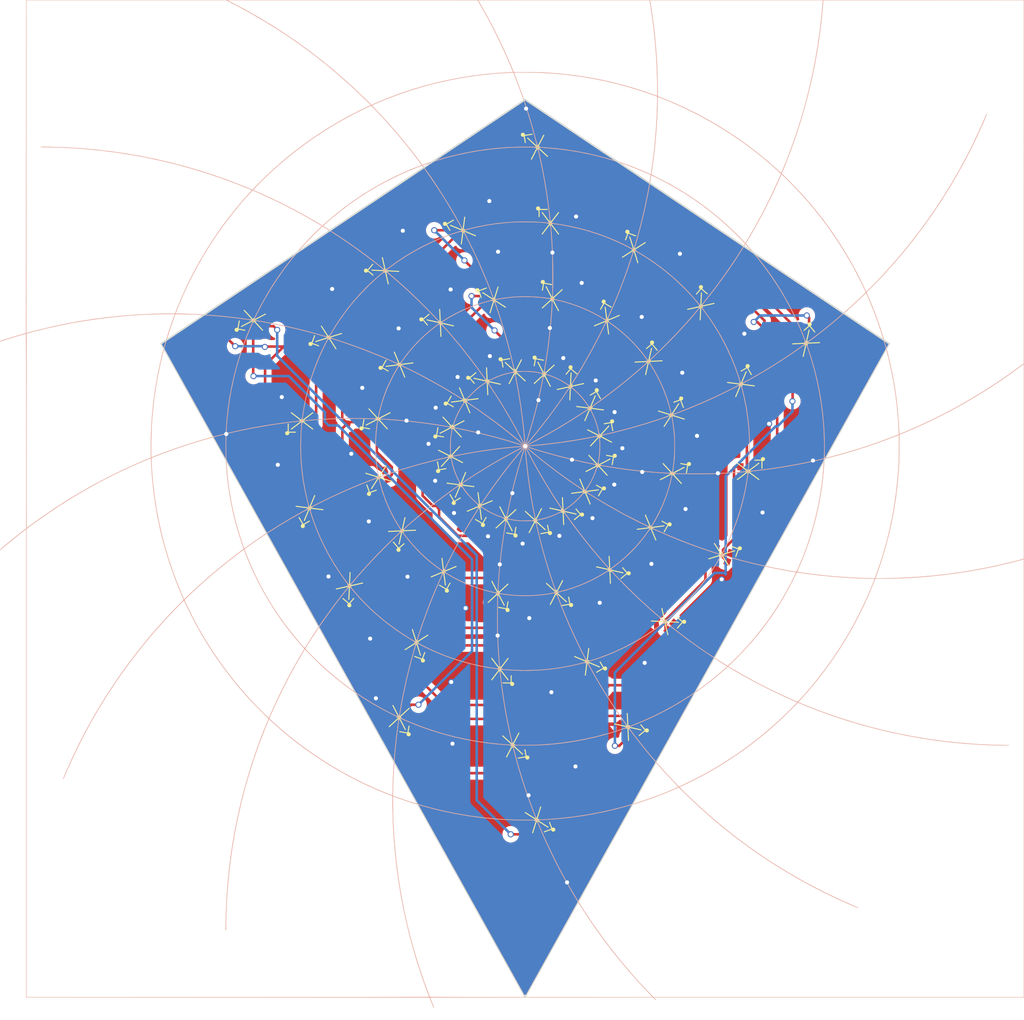
<source format=kicad_pcb>
(kicad_pcb (version 20240108) (generator "pcbnew") (generator_version "8.0")
  (layers (0 "F.Cu" signal) (31 "B.Cu" signal) (34 "B.Paste" user) (35 "F.Paste" user) (36 "B.SilkS" user "B.Silkscreen") (37 "F.SilkS" user "F.Silkscreen") (38 "B.Mask" user) (39 "F.Mask" user) (44 "Edge.Cuts" user))
  (net 0 "")
  (net 1 "GND")
  (net 2 "+5V")
  (net 3 "DATA_IN")
  (net 4 "Net-(U1-DOUT)")
  (net 5 "Net-(U2-DOUT)")
  (net 6 "ROW_02")
  (net 7 "Net-(U3-DOUT)")
  (net 8 "Net-(U4-DOUT)")
  (net 9 "Net-(U5-DOUT)")
  (net 10 "Net-(U6-DOUT)")
  (net 11 "Net-(U7-DOUT)")
  (net 12 "Net-(U8-DOUT)")
  (net 13 "Net-(U10-DIN)")
  (net 14 "Net-(U10-DOUT)")
  (net 15 "Net-(U11-DOUT)")
  (net 16 "Net-(U12-DOUT)")
  (net 17 "Net-(U13-DOUT)")
  (net 18 "Net-(U14-DOUT)")
  (net 19 "Net-(U15-DOUT)")
  (net 20 "Net-(U17-DOUT)")
  (net 21 "Net-(U18-DOUT)")
  (net 22 "Net-(U19-DOUT)")
  (net 23 "Net-(U20-DOUT)")
  (net 24 "Net-(U21-DOUT)")
  (net 25 "Net-(U22-DOUT)")
  (net 26 "Net-(U23-DOUT)")
  (net 27 "Net-(U24-DOUT)")
  (net 28 "Net-(U25-DOUT)")
  (net 29 "Net-(U26-DOUT)")
  (net 30 "Net-(U27-DOUT)")
  (net 31 "Net-(U28-DOUT)")
  (net 32 "Net-(U29-DOUT)")
  (net 33 "Net-(U30-DOUT)")
  (net 34 "Net-(U31-DOUT)")
  (net 35 "ROW_03")
  (net 36 "Net-(U33-DOUT)")
  (net 37 "Net-(U34-DOUT)")
  (net 38 "Net-(U35-DOUT)")
  (net 39 "Net-(U36-DOUT)")
  (net 40 "Net-(U37-DOUT)")
  (net 41 "Net-(U38-DOUT)")
  (net 42 "Net-(U39-DOUT)")
  (net 43 "Net-(U40-DOUT)")
  (net 44 "Net-(U41-DOUT)")
  (net 45 "Net-(U42-DOUT)")
  (net 46 "Net-(U43-DOUT)")
  (net 47 "Net-(U44-DOUT)")
  (net 48 "Net-(U45-DOUT)")
  (net 49 "Net-(U46-DOUT)")
  (net 50 "Net-(U47-DOUT)")
  (net 51 "ROW_04")
  (net 52 "Net-(U49-DOUT)")
  (net 53 "Net-(U50-DOUT)")
  (net 54 "Net-(U51-DOUT)")
  (net 55 "Net-(U52-DOUT)")
  (net 56 "Net-(U53-DOUT)")
  (net 57 "Net-(U54-DOUT)")
  (net 58 "DATA_OUT")
  (footprint "SWS-Library:C_0402_1005Metric" (layer "F.Cu") (at 60.14 65.16 -140)
    (property "Reference" "C23" (hide yes))
    (property "Value" "1uF,25V,X5R")
  )
  (footprint "SWS-Library:C_0402_1005Metric" (layer "F.Cu") (at 58.52 45.76 -60)
    (property "Reference" "C3" (hide yes))
    (property "Value" "1uF,25V,X5R")
  )
  (footprint "SWS-Library:XL-0807RGBC-WS2812B" (layer "F.Cu") (at 71.7 53.58)
    (property "Reference" "U37" (hide yes))
    (property "Value" " XL-0807RGBC-WS2812B" (hide yes))
  )
  (footprint "SWS-Library:C_0402_1005Metric" (layer "F.Cu") (at 61.32 29.19 -30)
    (property "Reference" "C34" (hide yes))
    (property "Value" "1uF,25V,X5R")
  )
  (footprint "SWS-Library:C_0402_1005Metric" (layer "F.Cu") (at 34.98 42 60)
    (property "Reference" "C30" (hide yes))
    (property "Value" "1uF,25V,X5R")
  )
  (footprint "SWS-Library:XL-0807RGBC-WS2812B" (layer "F.Cu") (at 60.54 31.94 70)
    (property "Reference" "U34" (hide yes))
    (property "Value" " XL-0807RGBC-WS2812B" (hide yes))
  )
  (footprint "SWS-Library:XL-0807RGBC-WS2812B" (layer "F.Cu") (at 63.57 68.26 -40)
    (property "Reference" "U39" (hide yes))
    (property "Value" " XL-0807RGBC-WS2812B" (hide yes))
  )
  (footprint "SWS-Library:C_0402_1005Metric" (layer "F.Cu") (at 49.61 83.59 -160)
    (property "Reference" "C52" (hide yes))
    (property "Value" "1uF,25V,X5R")
  )
  (footprint "SWS-Library:XL-0807RGBC-WS2812B" (layer "F.Cu") (at 58.19 63.2 -50)
    (property "Reference" "U23" (hide yes))
    (property "Value" " XL-0807RGBC-WS2812B" (hide yes))
  )
  (footprint "SWS-Library:C_0402_1005Metric" (layer "F.Cu") (at 26.32 58.61 110)
    (property "Reference" "C44" (hide yes))
    (property "Value" "1uF,25V,X5R")
  )
  (footprint "SWS-Library:C_0402_1005Metric" (layer "F.Cu") (at 37.33 79.92 170)
    (property "Reference" "C53" (hide yes))
    (property "Value" "1uF,25V,X5R")
  )
  (footprint "SWS-Library:XL-0807RGBC-WS2812B" (layer "F.Cu") (at 52.58 36.71 80)
    (property "Reference" "U17" (hide yes))
    (property "Value" " XL-0807RGBC-WS2812B" (hide yes))
  )
  (footprint "SWS-Library:XL-0807RGBC-WS2812B" (layer "F.Cu") (at 37.66 43.15 150)
    (property "Reference" "U30" (hide yes))
    (property "Value" " XL-0807RGBC-WS2812B" (hide yes))
  )
  (footprint "SWS-Library:XL-0807RGBC-WS2812B" (layer "F.Cu") (at 36.27 33.98 140)
    (property "Reference" "U47" (hide yes))
    (property "Value" " XL-0807RGBC-WS2812B" (hide yes))
  )
  (footprint "SWS-Library:C_0402_1005Metric" (layer "F.Cu") (at 39.83 52.82 100)
    (property "Reference" "C12" (hide yes))
    (property "Value" "1uF,25V,X5R")
  )
  (footprint "SWS-Library:C_0402_1005Metric" (layer "F.Cu") (at 31.01 67.05 130)
    (property "Reference" "C43" (hide yes))
    (property "Value" "1uF,25V,X5R")
  )
  (footprint "SWS-Library:XL-0807RGBC-WS2812B" (layer "F.Cu") (at 23.39 38.82 170)
    (property "Reference" "U54" (hide yes))
    (property "Value" " XL-0807RGBC-WS2812B" (hide yes))
  )
  (footprint "SWS-Library:XL-0807RGBC-WS2812B" (layer "F.Cu") (at 57.042659 52.985667 -10)
    (property "Reference" "U5" (hide yes))
    (property "Value" " XL-0807RGBC-WS2812B" (hide yes))
  )
  (footprint "SWS-Library:XL-0807RGBC-WS2812B" (layer "F.Cu") (at 47.46 72.9 -90)
    (property "Reference" "U41" (hide yes))
    (property "Value" " XL-0807RGBC-WS2812B" (hide yes))
  )
  (footprint "SWS-Library:C_0402_1005Metric" (layer "F.Cu") (at 59.89 49.42 -80)
    (property "Reference" "C4" (hide yes))
    (property "Value" "1uF,25V,X5R")
  )
  (footprint "SWS-Library:XL-0807RGBC-WS2812B" (layer "F.Cu") (at 37.9 59.39 -140)
    (property "Reference" "U27" (hide yes))
    (property "Value" " XL-0807RGBC-WS2812B" (hide yes))
  )
  (footprint "SWS-Library:XL-0807RGBC-WS2812B" (layer "F.Cu") (at 57.91 38.85 60)
    (property "Reference" "U18" (hide yes))
    (property "Value" " XL-0807RGBC-WS2812B" (hide yes))
  )
  (footprint "SWS-Library:C_0402_1005Metric" (layer "F.Cu") (at 66.81 47.05 -80)
    (property "Reference" "C20" (hide yes))
    (property "Value" "1uF,25V,X5R")
  )
  (footprint "SWS-Library:C_0402_1005Metric" (layer "F.Cu") (at 40.84 65.96 150)
    (property "Reference" "C26" (hide yes))
    (property "Value" "1uF,25V,X5R")
  )
  (footprint "SWS-Library:XL-0807RGBC-WS2812B" (layer "F.Cu") (at 54.35 45.29 50)
    (property "Reference" "U2" (hide yes))
    (property "Value" " XL-0807RGBC-WS2812B" (hide yes))
  )
  (footprint "SWS-Library:XL-0807RGBC-WS2812B" (layer "F.Cu") (at 35.63 54.16 -160)
    (property "Reference" "U28" (hide yes))
    (property "Value" " XL-0807RGBC-WS2812B" (hide yes))
  )
  (footprint "SWS-Library:XL-0807RGBC-WS2812B" (layer "F.Cu") (at 41.64 39.07 130)
    (property "Reference" "U31" (hide yes))
    (property "Value" " XL-0807RGBC-WS2812B" (hide yes))
  )
  (footprint "SWS-Library:C_0402_1005Metric" (layer "F.Cu") (at 27.88 39.68 60)
    (property "Reference" "C46" (hide yes))
    (property "Value" "1uF,25V,X5R")
  )
  (footprint "SWS-Library:XL-0807RGBC-WS2812B" (layer "F.Cu") (at 46.21766 44.775102 130)
    (property "Reference" "U15" (hide yes))
    (property "Value" " XL-0807RGBC-WS2812B" (hide yes))
  )
  (footprint "SWS-Library:C_0402_1005Metric" (layer "F.Cu") (at 50.14 19.5)
    (property "Reference" "C49" (hide yes))
    (property "Value" "1uF,25V,X5R")
  )
  (footprint "SWS-Library:C_0402_1005Metric" (layer "F.Cu") (at 55.28 59.68 -150)
    (property "Reference" "C7" (hide yes))
    (property "Value" "1uF,25V,X5R")
  )
  (footprint "SWS-Library:C_0402_1005Metric" (layer "F.Cu") (at 42.43 27.47 20)
    (property "Reference" "C48" (hide yes))
    (property "Value" "1uF,25V,X5R")
  )
  (footprint "SWS-Library:XL-0807RGBC-WS2812B" (layer "F.Cu") (at 52.98 65.42 -80)
    (property "Reference" "U24" (hide yes))
    (property "Value" " XL-0807RGBC-WS2812B" (hide yes))
  )
  (footprint "SWS-Library:C_0402_1005Metric" (layer "F.Cu") (at 38.54 73.02 150)
    (property "Reference" "C42" (hide yes))
    (property "Value" "1uF,25V,X5R")
  )
  (footprint "SWS-Library:C_0402_1005Metric" (layer "F.Cu") (at 64 40.89 -50)
    (property "Reference" "C19" (hide yes))
    (property "Value" "1uF,25V,X5R")
  )
  (footprint "SWS-Library:C_0402_1005Metric" (layer "F.Cu") (at 41.28 56.54 120)
    (property "Reference" "C11" (hide yes))
    (property "Value" "1uF,25V,X5R")
  )
  (footprint "SWS-Library:XL-0807RGBC-WS2812B" (layer "F.Cu") (at 35.57 48.45 170)
    (property "Reference" "U29" (hide yes))
    (property "Value" " XL-0807RGBC-WS2812B" (hide yes))
  )
  (footprint "SWS-Library:XL-0807RGBC-WS2812B" (layer "F.Cu") (at 64.21 48.08 20)
    (property "Reference" "U20" (hide yes))
    (property "Value" " XL-0807RGBC-WS2812B" (hide yes))
  )
  (footprint "SWS-Library:XL-0807RGBC-WS2812B" (layer "F.Cu") (at 41.97 63.38 -120)
    (property "Reference" "U26" (hide yes))
    (property "Value" " XL-0807RGBC-WS2812B" (hide yes))
  )
  (footprint "SWS-Library:C_0402_1005Metric" (layer "F.Cu") (at 20.65 38.48 90)
    (property "Reference" "C54" (hide yes))
    (property "Value" "1uF,25V,X5R")
  )
  (footprint "SWS-Library:XL-0807RGBC-WS2812B" (layer "F.Cu") (at 77.37 41.06 40)
    (property "Reference" "U50" (hide yes))
    (property "Value" " XL-0807RGBC-WS2812B" (hide yes))
  )
  (footprint "SWS-Library:XL-0807RGBC-WS2812B" (layer "F.Cu") (at 37.62 77.63 -100)
    (property "Reference" "U53" (hide yes))
    (property "Value" " XL-0807RGBC-WS2812B" (hide yes))
  )
  (footprint "SWS-Library:C_0402_1005Metric" (layer "F.Cu") (at 45.82 34.14 20)
    (property "Reference" "C32" (hide yes))
    (property "Value" "1uF,25V,X5R")
  )
  (footprint "SWS-Library:XL-0807RGBC-WS2812B" (layer "F.Cu") (at 45.489355 56.961907 -120)
    (property "Reference" "U10" (hide yes))
    (property "Value" " XL-0807RGBC-WS2812B" (hide yes))
  )
  (footprint "SWS-Library:C_0402_1005Metric" (layer "F.Cu") (at 65.8 70 -140)
    (property "Reference" "C39" (hide yes))
    (property "Value" "1uF,25V,X5R")
  )
  (footprint "SWS-Library:XL-0807RGBC-WS2812B" (layer "F.Cu") (at 51.782556 44.099298 80)
    (property "Reference" "U1" (hide yes))
    (property "Value" " XL-0807RGBC-WS2812B" (hide yes))
  )
  (footprint "SWS-Library:XL-0807RGBC-WS2812B" (layer "F.Cu") (at 69.12 61.73 -20)
    (property "Reference" "U38" (hide yes))
    (property "Value" " XL-0807RGBC-WS2812B" (hide yes))
  )
  (footprint "SWS-Library:C_0402_1005Metric" (layer "F.Cu") (at 35.81 61.38 130)
    (property "Reference" "C27" (hide yes))
    (property "Value" "1uF,25V,X5R")
  )
  (footprint "SWS-Library:XL-0807RGBC-WS2812B" (layer "F.Cu") (at 43.86 30.05 120)
    (property "Reference" "U48" (hide yes))
    (property "Value" " XL-0807RGBC-WS2812B" (hide yes))
  )
  (footprint "SWS-Library:C_0402_1005Metric" (layer "F.Cu") (at 52.21 41.17 -10)
    (property "Reference" "C1" (hide yes))
    (property "Value" "1uF,25V,X5R")
  )
  (footprint "SWS-Library:XL-0807RGBC-WS2812B" (layer "F.Cu") (at 55.769504 55.554052 -30)
    (property "Reference" "U6" (hide yes))
    (property "Value" " XL-0807RGBC-WS2812B" (hide yes))
  )
  (footprint "SWS-Library:XL-0807RGBC-WS2812B" (layer "F.Cu") (at 51.05 87.63 -70)
    (property "Reference" "U55" (hide yes))
    (property "Value" " XL-0807RGBC-WS2812B" (hide yes))
  )
  (footprint "SWS-Library:C_0402_1005Metric" (layer "F.Cu") (at 71.8 62.48 -120)
    (property "Reference" "C38" (hide yes))
    (property "Value" "1uF,25V,X5R")
  )
  (footprint "SWS-Library:XL-0807RGBC-WS2812B" (layer "F.Cu") (at 48.054769 58.213726 -100)
    (property "Reference" "U9" (hide yes))
    (property "Value" " XL-0807RGBC-WS2812B" (hide yes))
  )
  (footprint "SWS-Library:XL-0807RGBC-WS2812B" (layer "F.Cu") (at 44.02597 46.642253 150)
    (property "Reference" "U14" (hide yes))
    (property "Value" " XL-0807RGBC-WS2812B" (hide yes))
  )
  (footprint "SWS-Library:XL-0807RGBC-WS2812B" (layer "F.Cu") (at 57.201637 50.124581 10)
    (property "Reference" "U4" (hide yes))
    (property "Value" " XL-0807RGBC-WS2812B" (hide yes))
  )
  (footprint "SWS-Library:XL-0807RGBC-WS2812B" (layer "F.Cu") (at 59.96 78.55 -50)
    (property "Reference" "U51" (hide yes))
    (property "Value" " XL-0807RGBC-WS2812B" (hide yes))
  )
  (footprint "SWS-Library:C_0402_1005Metric" (layer "F.Cu") (at 52.47 90.83 -160)
    (property "Reference" "C55" (hide yes))
    (property "Value" "1uF,25V,X5R")
  )
  (footprint "SWS-Library:C_0402_1005Metric" (layer "F.Cu") (at 59.75 53.37 -100)
    (property "Reference" "C5" (hide yes))
    (property "Value" "1uF,25V,X5R")
  )
  (footprint "SWS-Library:C_0402_1005Metric" (layer "F.Cu") (at 64.7 60.17 -120)
    (property "Reference" "C22" (hide yes))
    (property "Value" "1uF,25V,X5R")
  )
  (footprint "SWS-Library:XL-0807RGBC-WS2812B" (layer "F.Cu") (at 32.77 64.78 -130)
    (property "Reference" "U43" (hide yes))
    (property "Value" " XL-0807RGBC-WS2812B" (hide yes))
  )
  (footprint "SWS-Library:C_0402_1005Metric" (layer "F.Cu") (at 48.2 41 10)
    (property "Reference" "C16" (hide yes))
    (property "Value" "1uF,25V,X5R")
  )
  (footprint "SWS-Library:C_0402_1005Metric" (layer "F.Cu") (at 73.46 43.7 -70)
    (property "Reference" "C36" (hide yes))
    (property "Value" "1uF,25V,X5R")
  )
  (footprint "SWS-Library:C_0402_1005Metric" (layer "F.Cu") (at 47.8 75.76 180)
    (property "Reference" "C41" (hide yes))
    (property "Value" "1uF,25V,X5R")
  )
  (footprint "SWS-Library:XL-0807RGBC-WS2812B" (layer "F.Cu") (at 46.89 36.83 110)
    (property "Reference" "U32" (hide yes))
    (property "Value" " XL-0807RGBC-WS2812B" (hide yes))
  )
  (footprint "SWS-Library:C_0402_1005Metric" (layer "F.Cu") (at 25.18 49.01 90)
    (property "Reference" "C45" (hide yes))
    (property "Value" "1uF,25V,X5R")
  )
  (footprint "SWS-Library:C_0402_1005Metric" (layer "F.Cu") (at 51.59 61.11 -170)
    (property "Reference" "C8" (hide yes))
    (property "Value" "1uF,25V,X5R")
  )
  (footprint "SWS-Library:XL-0807RGBC-WS2812B" (layer "F.Cu") (at 50.921463 58.388735 -80)
    (property "Reference" "U8" (hide yes))
    (property "Value" " XL-0807RGBC-WS2812B" (hide yes))
  )
  (footprint "LOGO" (layer "F.Cu") (at 48.643298 57.525809)
    (property "Reference" "G***" (hide yes))
    (property "Value" "LOGO" (hide yes))
  )
  (footprint "SWS-Library:XL-0807RGBC-WS2812B" (layer "F.Cu") (at 62.18 59.07 -30)
    (property "Reference" "U22" (hide yes))
    (property "Value" " XL-0807RGBC-WS2812B" (hide yes))
  )
  (footprint "SWS-Library:C_0402_1005Metric" (layer "F.Cu") (at 47.64 61.03 170)
    (property "Reference" "C9" (hide yes))
    (property "Value" "1uF,25V,X5R")
  )
  (footprint "SWS-Library:C_0402_1005Metric" (layer "F.Cu") (at 32.93 55.21 110)
    (property "Reference" "C28" (hide yes))
    (property "Value" "1uF,25V,X5R")
  )
  (footprint "SWS-Library:C_0402_1005Metric" (layer "F.Cu") (at 61.71 80.79 -140)
    (property "Reference" "C51" (hide yes))
    (property "Value" "1uF,25V,X5R")
  )
  (footprint "SWS-Library:XL-0807RGBC-WS2812B" (layer "F.Cu") (at 42.792195 49.245997 170)
    (property "Reference" "U13" (hide yes))
    (property "Value" " XL-0807RGBC-WS2812B" (hide yes))
  )
  (footprint "SWS-Library:C_0402_1005Metric" (layer "F.Cu") (at 55.82 42.82 -30)
    (property "Reference" "C2" (hide yes))
    (property "Value" "1uF,25V,X5R")
  )
  (footprint "SWS-Library:XL-0807RGBC-WS2812B" (layer "F.Cu") (at 28.14 48.65 180)
    (property "Reference" "U45" (hide yes))
    (property "Value" " XL-0807RGBC-WS2812B" (hide yes))
  )
  (footprint "SWS-Library:XL-0807RGBC-WS2812B" (layer "F.Cu") (at 61.98 42.84 40)
    (property "Reference" "U19" (hide yes))
    (property "Value" " XL-0807RGBC-WS2812B" (hide yes))
  )
  (footprint "SWS-Library:C_0402_1005Metric" (layer "F.Cu") (at 47.2 68.28 170)
    (property "Reference" "C25" (hide yes))
    (property "Value" "1uF,25V,X5R")
  )
  (footprint "SWS-Library:XL-0807RGBC-WS2812B" (layer "F.Cu") (at 48.71 80.32 -80)
    (property "Reference" "U52" (hide yes))
    (property "Value" " XL-0807RGBC-WS2812B" (hide yes))
  )
  (footprint "SWS-Library:XL-0807RGBC-WS2812B" (layer "F.Cu") (at 30.74 40.5 160)
    (property "Reference" "U46" (hide yes))
    (property "Value" " XL-0807RGBC-WS2812B" (hide yes))
  )
  (footprint "SWS-Library:XL-0807RGBC-WS2812B" (layer "F.Cu") (at 42.642548 52.116534 -170)
    (property "Reference" "U12" (hide yes))
    (property "Value" " XL-0807RGBC-WS2812B" (hide yes))
  )
  (footprint "SWS-Library:XL-0807RGBC-WS2812B" (layer "F.Cu") (at 47.28 65.49 -100)
    (property "Reference" "U25" (hide yes))
    (property "Value" " XL-0807RGBC-WS2812B" (hide yes))
  )
  (footprint "SWS-Library:C_0402_1005Metric" (layer "F.Cu") (at 58.13 56.99 -130)
    (property "Reference" "C6" (hide yes))
    (property "Value" "1uF,25V,X5R")
  )
  (footprint "SWS-Library:C_0402_1005Metric" (layer "F.Cu") (at 79.38 39.55 -50)
    (property "Reference" "C50" (hide yes))
    (property "Value" "1uF,25V,X5R")
  )
  (footprint "SWS-Library:C_0402_1005Metric" (layer "F.Cu") (at 44.03 59.4 150)
    (property "Reference" "C10" (hide yes))
    (property "Value" "1uF,25V,X5R")
  )
  (footprint "SWS-Library:XL-0807RGBC-WS2812B" (layer "F.Cu") (at 43.608169 54.901225 -150)
    (property "Reference" "U11" (hide yes))
    (property "Value" " XL-0807RGBC-WS2812B" (hide yes))
  )
  (footprint "SWS-Library:XL-0807RGBC-WS2812B" (layer "F.Cu") (at 67.08 37.46 50)
    (property "Reference" "U35" (hide yes))
    (property "Value" " XL-0807RGBC-WS2812B" (hide yes))
  )
  (footprint "SWS-Library:XL-0807RGBC-WS2812B" (layer "F.Cu") (at 52.39 29.34 90)
    (property "Reference" "U33" (hide yes))
    (property "Value" " XL-0807RGBC-WS2812B" (hide yes))
  )
  (footprint "SWS-Library:C_0402_1005Metric" (layer "F.Cu") (at 74.54 53.25 -90)
    (property "Reference" "C37" (hide yes))
    (property "Value" "1uF,25V,X5R")
  )
  (footprint "SWS-Library:C_0402_1005Metric" (layer "F.Cu") (at 59.02 36.25 -30)
    (property "Reference" "C18" (hide yes))
    (property "Value" "1uF,25V,X5R")
  )
  (footprint "SWS-Library:XL-0807RGBC-WS2812B" (layer "F.Cu") (at 71 45.06 30)
    (property "Reference" "U36" (hide yes))
    (property "Value" " XL-0807RGBC-WS2812B" (hide yes))
  )
  (footprint "SWS-Library:C_0402_1005Metric" (layer "F.Cu") (at 33.94 32.15 40)
    (property "Reference" "C47" (hide yes))
    (property "Value" "1uF,25V,X5R")
  )
  (footprint "SWS-Library:C_0402_1005Metric" (layer "F.Cu") (at 67.09 53.81 -100)
    (property "Reference" "C21" (hide yes))
    (property "Value" "1uF,25V,X5R")
  )
  (footprint "SWS-Library:XL-0807RGBC-WS2812B" (layer "F.Cu") (at 64.29 53.79 -10)
    (property "Reference" "U21" (hide yes))
    (property "Value" " XL-0807RGBC-WS2812B" (hide yes))
  )
  (footprint "SWS-Library:C_0402_1005Metric" (layer "F.Cu") (at 52.63 33.86 -10)
    (property "Reference" "C17" (hide yes))
    (property "Value" "1uF,25V,X5R")
  )
  (footprint "SWS-Library:XL-0807RGBC-WS2812B" (layer "F.Cu") (at 48.96115 43.842304 100)
    (property "Reference" "U16" (hide yes))
    (property "Value" " XL-0807RGBC-WS2812B" (hide yes))
  )
  (footprint "SWS-Library:C_0402_1005Metric" (layer "F.Cu") (at 57.37 74.64 -160)
    (property "Reference" "C40" (hide yes))
    (property "Value" "1uF,25V,X5R")
  )
  (footprint "SWS-Library:C_0402_1005Metric" (layer "F.Cu") (at 39.62 36.98 40)
    (property "Reference" "C31" (hide yes))
    (property "Value" "1uF,25V,X5R")
  )
  (footprint "SWS-Library:XL-0807RGBC-WS2812B" (layer "F.Cu") (at 55.97 72.18 -60)
    (property "Reference" "U40" (hide yes))
    (property "Value" " XL-0807RGBC-WS2812B" (hide yes))
  )
  (footprint "SWS-Library:XL-0807RGBC-WS2812B" (layer "F.Cu") (at 53.628947 57.462309 -50)
    (property "Reference" "U7" (hide yes))
    (property "Value" " XL-0807RGBC-WS2812B" (hide yes))
  )
  (footprint "SWS-Library:XL-0807RGBC-WS2812B" (layer "F.Cu") (at 56.265293 47.408365 30)
    (property "Reference" "U3" (hide yes))
    (property "Value" " XL-0807RGBC-WS2812B" (hide yes))
  )
  (footprint "SWS-Library:XL-0807RGBC-WS2812B" (layer "F.Cu") (at 28.87 57.16 -150)
    (property "Reference" "U44" (hide yes))
    (property "Value" " XL-0807RGBC-WS2812B" (hide yes))
  )
  (footprint "SWS-Library:XL-0807RGBC-WS2812B" (layer "F.Cu") (at 51.14 21.91 100)
    (property "Reference" "U49" (hide yes))
    (property "Value" " XL-0807RGBC-WS2812B" (hide yes))
  )
  (footprint "SWS-Library:C_0402_1005Metric" (layer "F.Cu") (at 52.05 26.45)
    (property "Reference" "C33" (hide yes))
    (property "Value" "1uF,25V,X5R")
  )
  (footprint "SWS-Library:C_0402_1005Metric" (layer "F.Cu") (at 41.56 45.16 60)
    (property "Reference" "C14" (hide yes))
    (property "Value" "1uF,25V,X5R")
  )
  (footprint "SWS-Library:XL-0807RGBC-WS2812B" (layer "F.Cu") (at 39.31 70.29 -110)
    (property "Reference" "U42" (hide yes))
    (property "Value" " XL-0807RGBC-WS2812B" (hide yes))
  )
  (footprint "SWS-Library:C_0402_1005Metric" (layer "F.Cu") (at 39.9 48.84 80)
    (property "Reference" "C13" (hide yes))
    (property "Value" "1uF,25V,X5R")
  )
  (footprint "SWS-Library:C_0402_1005Metric" (layer "F.Cu") (at 44.49 42.41 30)
    (property "Reference" "C15" (hide yes))
    (property "Value" "1uF,25V,X5R")
  )
  (footprint "SWS-Library:C_0402_1005Metric" (layer "F.Cu") (at 53.96 67.99 -170)
    (property "Reference" "C24" (hide yes))
    (property "Value" "1uF,25V,X5R")
  )
  (footprint "SWS-Library:C_0402_1005Metric" (layer "F.Cu") (at 68.82 35.24 -50)
    (property "Reference" "C35" (hide yes))
    (property "Value" "1uF,25V,X5R")
  )
  (footprint "SWS-Library:C_0402_1005Metric" (layer "F.Cu") (at 32.65 48.42 80)
    (property "Reference" "C29" (hide yes))
    (property "Value" "1uF,25V,X5R")
  )
  (gr_line (start 49.924198 17.26969) (end 85.475801 41.116037) (stroke (width 0.15)) (layer "Edge.Cuts"))
  (gr_line (start 14.372595 41.116037) (end 49.924198 17.26969) (stroke (width 0.15)) (layer "Edge.Cuts"))
  (gr_line (start 49.924198 104.963962) (end 14.372595 41.116037) (stroke (width 0.1)) (layer "Edge.Cuts"))
  (gr_line (start 49.924198 104.963962) (end 85.475801 41.116037) (stroke (width 0.1)) (layer "Edge.Cuts"))
  (segment (start 46.48 42.32) (end 46.48 42.47) (width 0.25) (layer "F.Cu") (net 1))
  (segment (start 28.890002 48.200001) (end 27.010001 46.32) (width 0.25) (layer "F.Cu") (net 1))
  (segment (start 63.65914 48.759377) (end 65.009763 50.11) (width 0.25) (layer "F.Cu") (net 1))
  (segment (start 56.240023 43.062499) (end 56.240023 44.120023) (width 0.25) (layer "F.Cu") (net 1))
  (segment (start 50.348063 57.728271) (end 50.348063 58.123187) (width 0.25) (layer "F.Cu") (net 1))
  (segment (start 74.540003 56.169997) (end 73.11 57.6) (width 0.25) (layer "F.Cu") (net 1))
  (segment (start 69.131753 35.611531) (end 69.131753 37.931753) (width 0.25) (layer "F.Cu") (net 1))
  (segment (start 70.349976 62.900024) (end 69.12 64.13) (width 0.25) (layer "F.Cu") (net 1))
  (segment (start 58.020706 48.429294) (end 56.096992 48.429294) (width 0.25) (layer "F.Cu") (net 1))
  (segment (start 73.625881 44.155751) (end 73.625881 48.805881) (width 0.25) (layer "F.Cu") (net 1))
  (segment (start 64.311753 41.261531) (end 64.311753 42.981753) (width 0.25) (layer "F.Cu") (net 1))
  (segment (start 53.65 43.361528) (end 52.095483 44.916045) (width 0.25) (layer "F.Cu") (net 1))
  (segment (start 50.348063 58.123187) (end 49.68 58.79125) (width 0.25) (layer "F.Cu") (net 1))
  (segment (start 65.009763 50.11) (end 66.71 50.11) (width 0.25) (layer "F.Cu") (net 1))
  (segment (start 62.706213 71.183787) (end 61.6 72.29) (width 0.25) (layer "F.Cu") (net 1))
  (segment (start 62.427525 62.62) (end 62.26 62.62) (width 0.25) (layer "F.Cu") (net 1))
  (segment (start 47.162367 60.782367) (end 46.3 59.92) (width 0.25) (layer "F.Cu") (net 1))
  (segment (start 44.900489 45.930489) (end 44.900489 46.627542) (width 0.25) (layer "F.Cu") (net 1))
  (segment (start 57.163192 51.32) (end 56.541173 50.697981) (width 0.25) (layer "F.Cu") (net 1))
  (segment (start 40.187633 48.362367) (end 41.19 47.36) (width 0.25) (layer "F.Cu") (net 1))
  (segment (start 60.075479 39.724521) (end 61.31 38.49) (width 0.25) (layer "F.Cu") (net 1))
  (segment (start 64.561321 32.798679) (end 65.04 32.32) (width 0.25) (layer "F.Cu") (net 1))
  (segment (start 41.95529 62.505482) (end 39.804518 62.505482) (width 0.25) (layer "F.Cu") (net 1))
  (segment (start 61.31 38.362476) (end 61.31 38.49) (width 0.25) (layer "F.Cu") (net 1))
  (segment (start 59.42 51.32) (end 57.163192 51.32) (width 0.25) (layer "F.Cu") (net 1))
  (segment (start 39.745777 52.342368) (end 39.745777 51.634223) (width 0.25) (layer "F.Cu") (net 1))
  (segment (start 26.154122 58.154248) (end 25.77 57.770126) (width 0.25) (layer "F.Cu") (net 1))
  (segment (start 52.687632 41.254219) (end 52.687632 41.547632) (width 0.25) (layer "F.Cu") (net 1))
  (segment (start 36.386747 48.137075) (end 34.02 45.770328) (width 0.25) (layer "F.Cu") (net 1))
  (segment (start 51.112368 61.194222) (end 50.234222 61.194222) (width 0.25) (layer "F.Cu") (net 1))
  (segment (start 64.311753 42.981753) (end 65.27 43.94) (width 0.25) (layer "F.Cu") (net 1))
  (segment (start 32.734216 47.942367) (end 32.734216 46.705784) (width 0.25) (layer "F.Cu") (net 1))
  (segment (start 47.044471 43.034471) (end 47.044471 45.060381) (width 0.25) (layer "F.Cu") (net 1))
  (segment (start 41.19 47.36) (end 42.035872 47.36) (width 0.25) (layer "F.Cu") (net 1))
  (segment (start 66.894222 47.527632) (end 66.894222 49.925778) (width 0.25) (layer "F.Cu") (net 1))
  (segment (start 35.498244 61.008469) (end 35.498244 59.308244) (width 0.25) (layer "F.Cu") (net 1))
  (segment (start 44.309997 75.759997) (end 42.71 74.16) (width 0.25) (layer "F.Cu") (net 1))
  (segment (start 25.83923 52.94) (end 25.77 52.94) (width 0.25) (layer "F.Cu") (net 1))
  (segment (start 47.842449 32.682449) (end 47.28 32.12) (width 0.25) (layer "F.Cu") (net 1))
  (segment (start 71.557501 62.900024) (end 70.349976 62.900024) (width 0.25) (layer "F.Cu") (net 1))
  (segment (start 38.18528 58.563191) (end 34.753191 58.563191) (width 0.25) (layer "F.Cu") (net 1))
  (segment (start 50.484222 68.074222) (end 50.33 67.92) (width 0.25) (layer "F.Cu") (net 1))
  (segment (start 57.81825 57.361533) (end 57.288467 57.361533) (width 0.25) (layer "F.Cu") (net 1))
  (segment (start 61.305482 59.084711) (end 61.305482 61.665482) (width 0.25) (layer "F.Cu") (net 1))
  (segment (start 57.288467 57.361533) (end 56.5 58.15) (width 0.25) (layer "F.Cu") (net 1))
  (segment (start 62.152499 29.432499) (end 65.04 32.32) (width 0.25) (layer "F.Cu") (net 1))
  (segment (start 61.694721 43.666811) (end 64.996811 43.666811) (width 0.25) (layer "F.Cu") (net 1))
  (segment (start 63.473253 54.102927) (end 65.59 56.219674) (width 0.25) (layer "F.Cu") (net 1))
  (segment (start 61.740023 29.432499) (end 62.152499 29.432499) (width 0.25) (layer "F.Cu") (net 1))
  (segment (start 56.240023 44.120023) (end 56.82 44.7) (width 0.25) (layer "F.Cu") (net 1))
  (segment (start 39.984216 48.362367) (end 40.187633 48.362367) (width 0.25) (layer "F.Cu") (net 1))
  (segment (start 63.578246 70.311754) (end 61.6 72.29) (width 0.25) (layer "F.Cu") (net 1))
  (segment (start 28.122501 39.259978) (end 28.122501 38.717499) (width 0.25) (layer "F.Cu") (net 1))
  (segment (start 45.365783 68.195783) (end 44.11 66.94) (width 0.25) (layer "F.Cu") (net 1))
  (segment (start 44.322997 56.307003) (end 42.98 57.65) (width 0.25) (layer "F.Cu") (net 1))
  (segment (start 52.687632 41.547632) (end 53.65 42.51) (width 0.25) (layer "F.Cu") (net 1))
  (segment (start 35.222501 41.579978) (end 35.600022 41.579978) (width 0.25) (layer "F.Cu") (net 1))
  (segment (start 52.67 26.45) (end 54.9 28.68) (width 0.25) (layer "F.Cu") (net 1))
  (segment (start 41.791751 36.668249) (end 42.65 35.81) (width 0.25) (layer "F.Cu") (net 1))
  (segment (start 57.36319 66.26681) (end 57.21 66.42) (width 0.25) (layer "F.Cu") (net 1))
  (segment (start 30.69825 63.87175) (end 30.72 63.85) (width 0.25) (layer "F.Cu") (net 1))
  (segment (start 32.764117 54.754249) (end 32.764117 52.045883) (width 0.25) (layer "F.Cu") (net 1))
  (segment (start 32.764117 52.045883) (end 32.95 51.86) (width 0.25) (layer "F.Cu") (net 1))
  (segment (start 45.255029 56.307003) (end 44.322997 56.307003) (width 0.25) (layer "F.Cu") (net 1))
  (segment (start 30.69825 66.678467) (end 30.69825 63.87175) (width 0.25) (layer "F.Cu") (net 1))
  (segment (start 54.224219 33.944219) (end 55.45 35.17) (width 0.25) (layer "F.Cu") (net 1))
  (segment (start 52.802136 59.412136) (end 53.27 59.88) (width 0.25) (layer "F.Cu") (net 1))
  (segment (start 64.996811 43.666811) (end 65.27 43.94) (width 0.25) (layer "F.Cu") (net 1))
  (segment (start 65.59 56.219674) (end 65.59 57.26) (width 0.25) (layer "F.Cu") (net 1))
  (segment (start 32.734216 46.705784) (end 34.02 45.42) (width 0.25) (layer "F.Cu") (net 1))
  (segment (start 67.005782 54.287633) (end 67.005782 55.844218) (width 0.25) (layer "F.Cu") (net 1))
  (segment (start 53.312502 59.922502) (end 53.27 59.88) (width 0.25) (layer "F.Cu") (net 1))
  (segment (start 55.249675 35.17) (end 55.45 35.17) (width 0.25) (layer "F.Cu") (net 1))
  (segment (start 46.722367 68.195783) (end 45.365783 68.195783) (width 0.25) (layer "F.Cu") (net 1))
  (segment (start 57.924707 39.724521) (end 60.075479 39.724521) (width 0.25) (layer "F.Cu") (net 1))
  (segment (start 59.974222 50.765778) (end 59.42 51.32) (width 0.25) (layer "F.Cu") (net 1))
  (segment (start 62.706213 68.122629) (end 62.706213 71.183787) (width 0.25) (layer "F.Cu") (net 1))
  (segment (start 38.119978 72.777498) (end 37.647498 72.777498) (width 0.25) (layer "F.Cu") (net 1))
  (segment (start 58.63 54.87) (end 57.797318 54.87) (width 0.25) (layer "F.Cu") (net 1))
  (segment (start 73.625881 48.805881) (end 73.75 48.93) (width 0.25) (layer "F.Cu") (net 1))
  (segment (start 46.48 42.47) (end 47.044471 43.034471) (width 0.25) (layer "F.Cu") (net 1))
  (segment (start 30.786214 63.916214) (end 30.72 63.85) (width 0.25) (layer "F.Cu") (net 1))
  (segment (start 69.523788 38.323788) (end 71.33 40.13) (width 0.25) (layer "F.Cu") (net 1))
  (segment (start 70.95 55.44) (end 73.11 57.6) (width 0.25) (layer "F.Cu") (net 1))
  (segment (start 44.032688 54.136514) (end 43.77647 53.880296) (width 0.25) (layer "F.Cu") (net 1))
  (segment (start 46.275751 33.124249) (end 47.28 32.12) (width 0.25) (layer "F.Cu") (net 1))
  (segment (start 31.59868 40.333655) (end 31.59868 36.27868) (width 0.25) (layer "F.Cu") (net 1))
  (segment (start 54.859978 59.922502) (end 53.312502 59.922502) (width 0.25) (layer "F.Cu") (net 1))
  (segment (start 56.82 44.7) (end 55.366212 46.153788) (width 0.25) (layer "F.Cu") (net 1))
  (segment (start 42.950022 44.739978) (end 43.33 44.36) (width 0.25) (layer "F.Cu") (net 1))
  (segment (start 44.72 72.15) (end 42.71 74.16) (width 0.25) (layer "F.Cu") (net 1))
  (segment (start 47.314999 75.759997) (end 44.309997 75.759997) (width 0.25) (layer "F.Cu") (net 1))
  (segment (start 29.29452 56.39529) (end 25.83923 52.94) (width 0.25) (layer "F.Cu") (net 1))
  (segment (start 70.95 54.03) (end 70.95 55.44) (width 0.25) (layer "F.Cu") (net 1))
  (segment (start 46.275751 33.974121) (end 46.275751 33.124249) (width 0.25) (layer "F.Cu") (net 1))
  (segment (start 42.035872 47.36) (end 43.608942 48.93307) (width 0.25) (layer "F.Cu") (net 1))
  (segment (start 39.745777 51.634223) (end 40.49 50.89) (width 0.25) (layer "F.Cu") (net 1))
  (segment (start 43.303012 51.543134) (end 42.649878 50.89) (width 0.25) (layer "F.Cu") (net 1))
  (segment (start 52.84 30.090001) (end 53.489999 30.090001) (width 0.25) (layer "F.Cu") (net 1))
  (segment (start 49.68 58.79125) (end 49.68 60.64) (width 0.25) (layer "F.Cu") (net 1))
  (segment (start 45.474644 56.087388) (end 45.255029 56.307003) (width 0.25) (layer "F.Cu") (net 1))
  (segment (start 57.36319 62.91472) (end 57.36319 66.26681) (width 0.25) (layer "F.Cu") (net 1))
  (segment (start 52.49 74.47077) (end 52.49 75.16) (width 0.25) (layer "F.Cu") (net 1))
  (segment (start 70.575481 45.824712) (end 73.680769 48.93) (width 0.25) (layer "F.Cu") (net 1))
  (segment (start 59.768469 65.471754) (end 58.158246 65.471754) (width 0.25) (layer "F.Cu") (net 1))
  (segment (start 69.131753 37.931753) (end 71.33 40.13) (width 0.25) (layer "F.Cu") (net 1))
  (segment (start 58.762501 47.687499) (end 58.66 47.79) (width 0.25) (layer "F.Cu") (net 1))
  (segment (start 41.759704 53.880296) (end 41.14 54.5) (width 0.25) (layer "F.Cu") (net 1))
  (segment (start 52.802136 57.17703) (end 52.802136 59.412136) (width 0.25) (layer "F.Cu") (net 1))
  (segment (start 44.910023 42.167501) (end 46.327501 42.167501) (width 0.25) (layer "F.Cu") (net 1))
  (segment (start 41.802501 44.739978) (end 42.950022 44.739978) (width 0.25) (layer "F.Cu") (net 1))
  (segment (start 52.406601 64.759536) (end 50.33 66.836137) (width 0.25) (layer "F.Cu") (net 1))
  (segment (start 54.894985 56.544985) (end 56.5 58.15) (width 0.25) (layer "F.Cu") (net 1))
  (segment (start 54.894985 55.568763) (end 54.894985 56.544985) (width 0.25) (layer "F.Cu") (net 1))
  (segment (start 37.647498 72.777498) (end 34.79 69.92) (width 0.25) (layer "F.Cu") (net 1))
  (segment (start 39.991532 36.668249) (end 41.791751 36.668249) (width 0.25) (layer "F.Cu") (net 1))
  (segment (start 43.77647 53.880296) (end 41.759704 53.880296) (width 0.25) (layer "F.Cu") (net 1))
  (segment (start 34.560236 51.86) (end 32.95 51.86) (width 0.25) (layer "F.Cu") (net 1))
  (segment (start 56.096992 48.429294) (end 55.840774 48.173076) (width 0.25) (layer "F.Cu") (net 1))
  (segment (start 31.59868 36.27868) (end 31.08 35.76) (width 0.25) (layer "F.Cu") (net 1))
  (segment (start 40.419975 65.717501) (end 38.572474 63.87) (width 0.25) (layer "F.Cu") (net 1))
  (segment (start 43.609975 59.157501) (end 43.609975 58.279975) (width 0.25) (layer "F.Cu") (net 1))
  (segment (start 46.967074 64.673253) (end 44.700327 66.94) (width 0.25) (layer "F.Cu") (net 1))
  (segment (start 59.440023 36.492499) (end 61.31 38.362476) (width 0.25) (layer "F.Cu") (net 1))
  (segment (start 44.700327 66.94) (end 44.11 66.94) (width 0.25) (layer "F.Cu") (net 1))
  (segment (start 38.572474 63.87) (end 38.44 63.87) (width 0.25) (layer "F.Cu") (net 1))
  (segment (start 55.366212 46.153788) (end 54.212629 46.153788) (width 0.25) (layer "F.Cu") (net 1))
  (segment (start 57.797318 54.87) (end 56.225912 53.298594) (width 0.25) (layer "F.Cu") (net 1))
  (segment (start 42.649878 50.89) (end 40.49 50.89) (width 0.25) (layer "F.Cu") (net 1))
  (segment (start 25.180003 47.299997) (end 26.16 46.32) (width 0.25) (layer "F.Cu") (net 1))
  (segment (start 35.600022 41.579978) (end 37.57 39.61) (width 0.25) (layer "F.Cu") (net 1))
  (segment (start 53.107632 33.944219) (end 54.224219 33.944219) (width 0.25) (layer "F.Cu") (net 1))
  (segment (start 43.33 44.36) (end 44.900489 45.930489) (width 0.25) (layer "F.Cu") (net 1))
  (segment (start 32.907372 63.916214) (end 30.786214 63.916214) (width 0.25) (layer "F.Cu") (net 1))
  (segment (start 55.205289 71.755481) (end 52.49 74.47077) (width 0.25) (layer "F.Cu") (net 1))
  (segment (start 34.753191 58.563191) (end 34.66 58.47) (width 0.25) (layer "F.Cu") (net 1))
  (segment (start 50.33 66.836137) (end 50.33 67.92) (width 0.25) (layer "F.Cu") (net 1))
  (segment (start 43.609975 58.279975) (end 42.98 57.65) (width 0.25) (layer "F.Cu") (net 1))
  (segment (start 60.706346 32.798679) (end 64.561321 32.798679) (width 0.25) (layer "F.Cu") (net 1))
  (segment (start 65.428469 70.311754) (end 63.578246 70.311754) (width 0.25) (layer "F.Cu") (net 1))
  (segment (start 36.180861 53.480625) (end 34.560236 51.86) (width 0.25) (layer "F.Cu") (net 1))
  (segment (start 58.762501 46.180022) (end 58.762501 47.687499) (width 0.25) (layer "F.Cu") (net 1))
  (segment (start 48.677632 40.915781) (end 50.03 42.268149) (width 0.25) (layer "F.Cu") (net 1))
  (segment (start 47.741842 57.396979) (end 46.3 58.838821) (width 0.25) (layer "F.Cu") (net 1))
  (segment (start 28.122501 38.717499) (end 31.08 35.76) (width 0.25) (layer "F.Cu") (net 1))
  (segment (start 50.03 44.007318) (end 49.53455 44.502768) (width 0.25) (layer "F.Cu") (net 1))
  (segment (start 38.534518 43.135291) (end 38.534518 40.574518) (width 0.25) (layer "F.Cu") (net 1))
  (segment (start 59.974222 49.897632) (end 59.974222 50.765778) (width 0.25) (layer "F.Cu") (net 1))
  (segment (start 64.457501 60.590024) (end 62.427525 62.62) (width 0.25) (layer "F.Cu") (net 1))
  (segment (start 58.66 47.79) (end 58.020706 48.429294) (width 0.25) (layer "F.Cu") (net 1))
  (segment (start 25.180003 48.524999) (end 25.180003 47.299997) (width 0.25) (layer "F.Cu") (net 1))
  (segment (start 73.680769 48.93) (end 73.75 48.93) (width 0.25) (layer "F.Cu") (net 1))
  (segment (start 68.261322 63.271322) (end 69.12 64.13) (width 0.25) (layer "F.Cu") (net 1))
  (segment (start 41.037497 54.602503) (end 41.14 54.5) (width 0.25) (layer "F.Cu") (net 1))
  (segment (start 68.261322 61.896346) (end 68.261322 63.271322) (width 0.25) (layer "F.Cu") (net 1))
  (segment (start 42.466809 35.993191) (end 42.65 35.81) (width 0.25) (layer "F.Cu") (net 1))
  (segment (start 46.3 58.838821) (end 46.3 59.92) (width 0.25) (layer "F.Cu") (net 1))
  (segment (start 41.037497 56.119978) (end 41.037497 54.602503) (width 0.25) (layer "F.Cu") (net 1))
  (segment (start 74.540003 53.735001) (end 74.540003 56.169997) (width 0.25) (layer "F.Cu") (net 1))
  (segment (start 34.02 45.770328) (end 34.02 45.42) (width 0.25) (layer "F.Cu") (net 1))
  (segment (start 39.804518 62.505482) (end 38.44 63.87) (width 0.25) (layer "F.Cu") (net 1))
  (segment (start 50.234222 61.194222) (end 49.68 60.64) (width 0.25) (layer "F.Cu") (net 1))
  (segment (start 66.942629 38.323788) (end 69.523788 38.323788) (width 0.25) (layer "F.Cu") (net 1))
  (segment (start 42.466809 39.355282) (end 42.466809 35.993191) (width 0.25) (layer "F.Cu") (net 1))
  (segment (start 56.560131 75.16) (end 52.49 75.16) (width 0.25) (layer "F.Cu") (net 1))
  (segment (start 53.65 42.51) (end 53.65 43.361528) (width 0.25) (layer "F.Cu") (net 1))
  (segment (start 39.143655 69.431322) (end 35.278678 69.431322) (width 0.25) (layer "F.Cu") (net 1))
  (segment (start 56.914249 74.805882) (end 56.560131 75.16) (width 0.25) (layer "F.Cu") (net 1))
  (segment (start 47.569377 37.380861) (end 47.842449 37.107789) (width 0.25) (layer "F.Cu") (net 1))
  (segment (start 50.03 42.268149) (end 50.03 44.007318) (width 0.25) (layer "F.Cu") (net 1))
  (segment (start 59.652367 53.847633) (end 58.63 54.87) (width 0.25) (layer "F.Cu") (net 1))
  (segment (start 67.005782 55.844218) (end 65.59 57.26) (width 0.25) (layer "F.Cu") (net 1))
  (segment (start 35.498244 59.308244) (end 34.66 58.47) (width 0.25) (layer "F.Cu") (net 1))
  (segment (start 25.77 57.770126) (end 25.77 52.94) (width 0.25) (layer "F.Cu") (net 1))
  (segment (start 61.305482 61.665482) (end 62.26 62.62) (width 0.25) (layer "F.Cu") (net 1))
  (segment (start 46.327501 42.167501) (end 46.48 42.32) (width 0.25) (layer "F.Cu") (net 1))
  (segment (start 53.482368 68.074222) (end 50.484222 68.074222) (width 0.25) (layer "F.Cu") (net 1))
  (segment (start 66.894222 49.925778) (end 66.71 50.11) (width 0.25) (layer "F.Cu") (net 1))
  (segment (start 52.892927 37.526748) (end 55.249675 35.17) (width 0.25) (layer "F.Cu") (net 1))
  (segment (start 27.010001 46.32) (end 26.16 46.32) (width 0.25) (layer "F.Cu") (net 1))
  (segment (start 38.534518 40.574518) (end 37.57 39.61) (width 0.25) (layer "F.Cu") (net 1))
  (segment (start 58.158246 65.471754) (end 57.21 66.42) (width 0.25) (layer "F.Cu") (net 1))
  (segment (start 47.010001 72.15) (end 44.72 72.15) (width 0.25) (layer "F.Cu") (net 1))
  (segment (start 35.278678 69.431322) (end 34.79 69.92) (width 0.25) (layer "F.Cu") (net 1))
  (segment (start 47.842449 37.107789) (end 47.842449 32.682449) (width 0.25) (layer "F.Cu") (net 1))
  (segment (start 53.489999 30.090001) (end 54.9 28.68) (width 0.25) (layer "F.Cu") (net 1))
  (via (at 54.9 28.68) (size 0.6) (drill 0.4) (layers "F.Cu" "B.Cu") (net 1))
  (via (at 32.95 51.86) (size 0.6) (drill 0.4) (layers "F.Cu" "B.Cu") (net 1))
  (via (at 41.14 54.5) (size 0.6) (drill 0.4) (layers "F.Cu" "B.Cu") (net 1))
  (via (at 57.21 66.42) (size 0.6) (drill 0.4) (layers "F.Cu" "B.Cu") (net 1))
  (via (at 49.94 51.12) (size 0.6) (drill 0.4) (layers "F.Cu" "B.Cu") (net 1))
  (via (at 73.11 57.6) (size 0.6) (drill 0.4) (layers "F.Cu" "B.Cu") (net 1))
  (via (at 71.33 40.13) (size 0.6) (drill 0.4) (layers "F.Cu" "B.Cu") (net 1))
  (via (at 34.66 58.47) (size 0.6) (drill 0.4) (layers "F.Cu" "B.Cu") (net 1))
  (via (at 65.04 32.32) (size 0.6) (drill 0.4) (layers "F.Cu" "B.Cu") (net 1))
  (via (at 26.16 46.32) (size 0.6) (drill 0.4) (layers "F.Cu" "B.Cu") (net 1))
  (via (at 56.5 58.15) (size 0.6) (drill 0.4) (layers "F.Cu" "B.Cu") (net 1))
  (via (at 58.66 47.79) (size 0.6) (drill 0.4) (layers "F.Cu" "B.Cu") (net 1))
  (via (at 40.49 50.89) (size 0.6) (drill 0.4) (layers "F.Cu" "B.Cu") (net 1))
  (via (at 54.84 82.41) (size 0.6) (drill 0.4) (layers "F.Cu" "B.Cu") (net 1))
  (via (at 47.24 69.62) (size 0.6) (drill 0.4) (layers "F.Cu" "B.Cu") (net 1))
  (via (at 73.75 48.93) (size 0.6) (drill 0.4) (layers "F.Cu" "B.Cu") (net 1))
  (via (at 44.11 66.94) (size 0.6) (drill 0.4) (layers "F.Cu" "B.Cu") (net 1))
  (via (at 56.82 44.7) (size 0.6) (drill 0.4) (layers "F.Cu" "B.Cu") (net 1))
  (via (at 54.5 52.44) (size 0.6) (drill 0.4) (layers "F.Cu" "B.Cu") (net 1))
  (via (at 52.34 39.57) (size 0.6) (drill 0.4) (layers "F.Cu" "B.Cu") (net 1))
  (via (at 54.02 93.74) (size 0.6) (drill 0.4) (layers "F.Cu" "B.Cu") (net 1))
  (via (at 38.34 48.62) (size 0.6) (drill 0.4) (layers "F.Cu" "B.Cu") (net 1))
  (via (at 47.45 62.67) (size 0.6) (drill 0.4) (layers "F.Cu" "B.Cu") (net 1))
  (via (at 41.19 47.36) (size 0.6) (drill 0.4) (layers "F.Cu" "B.Cu") (net 1))
  (via (at 38.44 63.87) (size 0.6) (drill 0.4) (layers "F.Cu" "B.Cu") (net 1))
  (via (at 42.98 57.65) (size 0.6) (drill 0.4) (layers "F.Cu" "B.Cu") (net 1))
  (via (at 42.65 35.81) (size 0.6) (drill 0.4) (layers "F.Cu" "B.Cu") (net 1))
  (via (at 50.33 67.92) (size 0.6) (drill 0.4) (layers "F.Cu" "B.Cu") (net 1))
  (via (at 46.3 59.92) (size 0.6) (drill 0.4) (layers "F.Cu" "B.Cu") (net 1))
  (via (at 35.35 75.75) (size 0.6) (drill 0.4) (layers "F.Cu" "B.Cu") (net 1))
  (via (at 50.26 85.23) (size 0.6) (drill 0.4) (layers "F.Cu" "B.Cu") (net 1))
  (via (at 65.59 57.26) (size 0.6) (drill 0.4) (layers "F.Cu" "B.Cu") (net 1))
  (via (at 34.79 69.92) (size 0.6) (drill 0.4) (layers "F.Cu" "B.Cu") (net 1))
  (via (at 52.49 75.16) (size 0.6) (drill 0.4) (layers "F.Cu" "B.Cu") (net 1))
  (via (at 55.45 35.17) (size 0.6) (drill 0.4) (layers "F.Cu" "B.Cu") (net 1))
  (via (at 58.63 54.87) (size 0.6) (drill 0.4) (layers "F.Cu" "B.Cu") (net 1))
  (via (at 66.71 50.11) (size 0.6) (drill 0.4) (layers "F.Cu" "B.Cu") (net 1))
  (via (at 30.72 63.85) (size 0.6) (drill 0.4) (layers "F.Cu" "B.Cu") (net 1))
  (via (at 61.6 72.29) (size 0.6) (drill 0.4) (layers "F.Cu" "B.Cu") (net 1))
  (via (at 61.31 38.49) (size 0.6) (drill 0.4) (layers "F.Cu" "B.Cu") (net 1))
  (via (at 65.27 43.94) (size 0.6) (drill 0.4) (layers "F.Cu" "B.Cu") (net 1))
  (via (at 45.34 49.77) (size 0.6) (drill 0.4) (layers "F.Cu" "B.Cu") (net 1))
  (via (at 51.23 46.62) (size 0.6) (drill 0.4) (layers "F.Cu" "B.Cu") (net 1))
  (via (at 78.04 52.52) (size 0.6) (drill 0.4) (layers "F.Cu" "B.Cu") (net 1))
  (via (at 52.59 32.2) (size 0.6) (drill 0.4) (layers "F.Cu" "B.Cu") (net 1))
  (via (at 42.83 80.19) (size 0.6) (drill 0.4) (layers "F.Cu" "B.Cu") (net 1))
  (via (at 43.33 44.36) (size 0.6) (drill 0.4) (layers "F.Cu" "B.Cu") (net 1))
  (via (at 46.43 27.17) (size 0.6) (drill 0.4) (layers "F.Cu" "B.Cu") (net 1))
  (via (at 48.68 55.71) (size 0.6) (drill 0.4) (layers "F.Cu" "B.Cu") (net 1))
  (via (at 62.26 62.62) (size 0.6) (drill 0.4) (layers "F.Cu" "B.Cu") (net 1))
  (via (at 69.12 64.13) (size 0.6) (drill 0.4) (layers "F.Cu" "B.Cu") (net 1))
  (via (at 49.68 60.64) (size 0.6) (drill 0.4) (layers "F.Cu" "B.Cu") (net 1))
  (via (at 46.48 42.32) (size 0.6) (drill 0.4) (layers "F.Cu" "B.Cu") (net 1))
  (via (at 50.02 18.14) (size 0.6) (drill 0.4) (layers "F.Cu" "B.Cu") (net 1))
  (via (at 20.74 49.93) (size 0.6) (drill 0.4) (layers "F.Cu" "B.Cu") (net 1))
  (via (at 59.42 51.32) (size 0.6) (drill 0.4) (layers "F.Cu" "B.Cu") (net 1))
  (via (at 37.57 39.61) (size 0.6) (drill 0.4) (layers "F.Cu" "B.Cu") (net 1))
  (via (at 47.28 32.12) (size 0.6) (drill 0.4) (layers "F.Cu" "B.Cu") (net 1))
  (via (at 53.27 59.88) (size 0.6) (drill 0.4) (layers "F.Cu" "B.Cu") (net 1))
  (via (at 34.02 45.42) (size 0.6) (drill 0.4) (layers "F.Cu" "B.Cu") (net 1))
  (via (at 61.36 53.64) (size 0.6) (drill 0.4) (layers "F.Cu" "B.Cu") (net 1))
  (via (at 68.75 53.76) (size 0.6) (drill 0.4) (layers "F.Cu" "B.Cu") (net 1))
  (via (at 42.71 74.16) (size 0.6) (drill 0.4) (layers "F.Cu" "B.Cu") (net 1))
  (via (at 37.98 30.07) (size 0.6) (drill 0.4) (layers "F.Cu" "B.Cu") (net 1))
  (via (at 25.77 52.94) (size 0.6) (drill 0.4) (layers "F.Cu" "B.Cu") (net 1))
  (via (at 53.65 42.51) (size 0.6) (drill 0.4) (layers "F.Cu" "B.Cu") (net 1))
  (via (at 31.08 35.76) (size 0.6) (drill 0.4) (layers "F.Cu" "B.Cu") (net 1))
  (segment (start 46.210623 36.279139) (end 46.210623 35.152253) (width 0.25) (layer "F.Cu") (net 2))
  (segment (start 44.215769 59.876755) (end 44.450025 59.642499) (width 0.25) (layer "F.Cu") (net 2))
  (segment (start 49.655 20.337935) (end 49.655 19.5) (width 0.25) (layer "F.Cu") (net 2))
  (segment (start 40.741435 38.784718) (end 39.248468 37.291751) (width 0.25) (layer "F.Cu") (net 2))
  (segment (start 41.975448 49.558924) (end 40.057075 49.558924) (width 0.25) (layer "F.Cu") (net 2))
  (segment (start 51.729376 88.180863) (end 52.925753 89.37724) (width 0.25) (layer "F.Cu") (net 2))
  (segment (start 60.78681 78.83528) (end 60.78681 75.883829) (width 0.25) (layer "F.Cu") (net 2))
  (segment (start 52.067632 61.025778) (end 54.716815 61.025778) (width 0.25) (layer "F.Cu") (net 2))
  (segment (start 56.734711 72.604519) (end 56.734711 73.383078) (width 0.25) (layer "F.Cu") (net 2))
  (segment (start 41.974249 27.180751) (end 49.655 19.5) (width 0.25) (layer "F.Cu") (net 2))
  (segment (start 47.592926 66.306747) (end 47.592926 68.27951) (width 0.25) (layer "F.Cu") (net 2))
  (segment (start 42.102517 76.404997) (end 38.960022 73.262502) (width 0.25) (layer "F.Cu") (net 2))
  (segment (start 55.700022 58.991852) (end 55.700022 59.437498) (width 0.25) (layer "F.Cu") (net 2))
  (segment (start 41.317499 45.580022) (end 39.315943 47.581578) (width 0.25) (layer "F.Cu") (net 2))
  (segment (start 41.423486 34.305879) (end 39.248468 36.480897) (width 0.25) (layer "F.Cu") (net 2))
  (segment (start 25.179997 49.495001) (end 24.859998 49.495001) (width 0.25) (layer "F.Cu") (net 2))
  (segment (start 29.58 64.653604) (end 28.198873 63.272477) (width 0.25) (layer "F.Cu") (net 2))
  (segment (start 64.247812 59.055289) (end 64.942499 59.749976) (width 0.25) (layer "F.Cu") (net 2))
  (segment (start 72.594119 38.98) (end 73.294119 39.68) (width 0.25) (layer "F.Cu") (net 2))
  (segment (start 43.18365 55.665936) (end 42.816589 55.665936) (width 0.25) (layer "F.Cu") (net 2))
  (segment (start 47.662303 76.404997) (end 42.102517 76.404997) (width 0.25) (layer "F.Cu") (net 2))
  (segment (start 65.24 60.047477) (end 64.942499 59.749976) (width 0.25) (layer "F.Cu") (net 2))
  (segment (start 50.5666 21.249535) (end 49.655 20.337935) (width 0.25) (layer "F.Cu") (net 2))
  (segment (start 32.694267 55.665751) (end 33.095883 55.665751) (width 0.25) (layer "F.Cu") (net 2))
  (segment (start 71.424519 44.295288) (end 72.24308 44.295288) (width 0.25) (layer "F.Cu") (net 2))
  (segment (start 52.067632 61.572368) (end 52.067632 61.025778) (width 0.25) (layer "F.Cu") (net 2))
  (segment (start 34.949345 33.842628) (end 33.568468 32.461751) (width 0.25) (layer "F.Cu") (net 2))
  (segment (start 74.562305 52.764999) (end 75.185003 53.387697) (width 0.25) (layer "F.Cu") (net 2))
  (segment (start 28.198873 60.778747) (end 26.485878 59.065752) (width 0.25) (layer "F.Cu") (net 2))
  (segment (start 32.076325 55.047809) (end 32.694267 55.665751) (width 0.25) (layer "F.Cu") (net 2))
  (segment (start 27.389998 49.099999) (end 25.574999 49.099999) (width 0.25) (layer "F.Cu") (net 2))
  (segment (start 55.399977 42.577501) (end 53.408422 40.585946) (width 0.25) (layer "F.Cu") (net 2))
  (segment (start 63.688247 39.78061) (end 59.702893 35.795256) (width 0.25) (layer "F.Cu") (net 2))
  (segment (start 54.437632 68.230715) (end 54.437632 67.905778) (width 0.25) (layer "F.Cu") (net 2))
  (segment (start 60.78681 78.83528) (end 60.78681 79.183525) (width 0.25) (layer "F.Cu") (net 2))
  (segment (start 42.816589 55.665936) (end 41.522503 56.960022) (width 0.25) (layer "F.Cu") (net 2))
  (segment (start 72.042499 61.260517) (end 72.042499 62.059976) (width 0.25) (layer "F.Cu") (net 2))
  (segment (start 40.521921 52.689934) (end 39.914223 53.297632) (width 0.25) (layer "F.Cu") (net 2))
  (segment (start 36.785482 43.164709) (end 35.482186 43.164709) (width 0.25) (layer "F.Cu") (net 2))
  (segment (start 41.083243 44.499123) (end 41.083243 45.345766) (width 0.25) (layer "F.Cu") (net 2))
  (segment (start 54.716815 61.025778) (end 55.700022 60.042571) (width 0.25) (layer "F.Cu") (net 2))
  (segment (start 44.069977 42.652499) (end 42.929867 42.652499) (width 0.25) (layer "F.Cu") (net 2))
  (segment (start 72.24308 44.295288) (end 73.294119 43.244249) (width 0.25) (layer "F.Cu") (net 2))
  (segment (start 24.53 43.207521) (end 26.353761 41.383761) (width 0.25) (layer "F.Cu") (net 2))
  (segment (start 39.077502 50.055915) (end 39.077502 52.997502) (width 0.25) (layer "F.Cu") (net 2))
  (segment (start 75.185003 58.118013) (end 72.042499 61.260517) (width 0.25) (layer "F.Cu") (net 2))
  (segment (start 41.025769 66.436755) (end 41.260025 66.202499) (width 0.25) (layer "F.Cu") (net 2))
  (segment (start 54.487371 43.490107) (end 55.399977 42.577501) (width 0.25) (layer "F.Cu") (net 2))
  (segment (start 39.315943 48.817792) (end 39.815784 49.317633) (width 0.25) (layer "F.Cu") (net 2))
  (segment (start 58.264861 67.905778) (end 60.511531 65.659108) (width 0.25) (layer "F.Cu") (net 2))
  (segment (start 41.98471 65.477814) (end 41.260025 66.202499) (width 0.25) (layer "F.Cu") (net 2))
  (segment (start 77.655279 38.575279) (end 77.43 38.35) (width 0.25) (layer "F.Cu") (net 2))
  (segment (start 38.960022 73.262502) (end 38.725766 73.496758) (width 0.25) (layer "F.Cu") (net 2))
  (segment (start 54.455758 57.747588) (end 55.700022 58.991852) (width 0.25) (layer "F.Cu") (net 2))
  (segment (start 58.277499 44.139862) (end 56.480882 42.343245) (width 0.25) (layer "F.Cu") (net 2))
  (segment (start 57.215639 86.155) (end 56.855 86.155) (width 0.25) (layer "F.Cu") (net 2))
  (segment (start 69.319107 34.868469) (end 73.294119 38.843481) (width 0.25) (layer "F.Cu") (net 2))
  (segment (start 43.921582 68.864056) (end 47.177794 68.864056) (width 0.25) (layer "F.Cu") (net 2))
  (segment (start 48.865913 61.862497) (end 51.777503 61.862497) (width 0.25) (layer "F.Cu") (net 2))
  (segment (start 65.897523 47.400623) (end 66.725778 46.572368) (width 0.25) (layer "F.Cu") (net 2))
  (segment (start 51.469629 41.34852) (end 51.732368 41.085781) (width 0.25) (layer "F.Cu") (net 2))
  (segment (start 64.880656 68.397371) (end 66.171531 69.688246) (width 0.25) (layer "F.Cu") (net 2))
  (segment (start 72.254744 62.414744) (end 72.254744 63.525256) (width 0.25) (layer "F.Cu") (net 2))
  (segment (start 67.050715 46.572368) (end 66.725778 46.572368) (width 0.25) (layer "F.Cu") (net 2))
  (segment (start 57.895293 37.975479) (end 57.895293 36.712185) (width 0.25) (layer "F.Cu") (net 2))
  (segment (start 39.476345 72.746179) (end 38.960022 73.262502) (width 0.25) (layer "F.Cu") (net 2))
  (segment (start 74.539997 44.088515) (end 74.539997 52.764999) (width 0.25) (layer "F.Cu") (net 2))
  (segment (start 72.254744 63.525256) (end 66.171531 69.608469) (width 0.25) (layer "F.Cu") (net 2))
  (segment (start 35.482186 43.164709) (end 34.737499 42.420022) (width 0.25) (layer "F.Cu") (net 2))
  (segment (start 67.217371 36.596212) (end 67.217371 36.159345) (width 0.25) (layer "F.Cu") (net 2))
  (segment (start 56.973823 46.643654) (end 58.277499 45.339978) (width 0.25) (layer "F.Cu") (net 2))
  (segment (start 48.367696 59.030473) (end 48.367696 60.864154) (width 0.25) (layer "F.Cu") (net 2))
  (segment (start 75.185003 53.387697) (end 75.185003 58.118013) (width 0.25) (layer "F.Cu") (net 2))
  (segment (start 52.002448 85.360815) (end 50.065751 83.424118) (width 0.25) (layer "F.Cu") (net 2))
  (segment (start 68.508247 34.868469) (end 69.319107 34.868469) (width 0.25) (layer "F.Cu") (net 2))
  (segment (start 58.668888 56.845605) (end 58.44175 56.618467) (width 0.25) (layer "F.Cu") (net 2))
  (segment (start 73.294119 38.843481) (end 73.294119 39.68) (width 0.25) (layer "F.Cu") (net 2))
  (segment (start 44.69 36.45) (end 46.039762 36.45) (width 0.25) (layer "F.Cu") (net 2))
  (segment (start 32.076325 49.387092) (end 32.076325 55.047809) (width 0.25) (layer "F.Cu") (net 2))
  (segment (start 66.171531 70.499108) (end 62.196521 74.474118) (width 0.25) (layer "F.Cu") (net 2))
  (segment (start 25 49.674998) (end 25.179997 49.495001) (width 0.25) (layer "F.Cu") (net 2))
  (segment (start 34.737499 42.420022) (end 32.065943 45.091578) (width 0.25) (layer "F.Cu") (net 2))
  (segment (start 41.522503 58.030142) (end 43.369116 59.876755) (width 0.25) (layer "F.Cu") (net 2))
  (segment (start 39.914223 55.956817) (end 40.917428 56.960022) (width 0.25) (layer "F.Cu") (net 2))
  (segment (start 68.508247 34.868469) (end 62.353023 28.713245) (width 0.25) (layer "F.Cu") (net 2))
  (segment (start 32.632628 66.110655) (end 31.32175 67.421533) (width 0.25) (layer "F.Cu") (net 2))
  (segment (start 41.522503 56.960022) (end 41.522503 58.030142) (width 0.25) (layer "F.Cu") (net 2))
  (segment (start 48.38775 43.18184) (end 48.38775 41.749601) (width 0.25) (layer "F.Cu") (net 2))
  (segment (start 54.845 25.805) (end 51.745 25.805) (width 0.25) (layer "F.Cu") (net 2))
  (segment (start 77.655279 40.233189) (end 78.709999 39.178469) (width 0.25) (layer "F.Cu") (net 2))
  (segment (start 36.121756 61.751531) (end 36.121756 62.43564) (width 0.25) (layer "F.Cu") (net 2))
  (segment (start 74.174996 53.13) (end 74.539997 52.764999) (width 0.25) (layer "F.Cu") (net 2))
  (segment (start 60.642497 49.45415) (end 60.130715 48.942368) (width 0.25) (layer "F.Cu") (net 2))
  (segment (start 56.672703 59.437498) (end 58.668888 57.441313) (width 0.25) (layer "F.Cu") (net 2))
  (segment (start 22.573251 39.132926) (end 20.817922 39.132926) (width 0.25) (layer "F.Cu") (net 2))
  (segment (start 62.265279 41.941437) (end 63.688247 40.518469) (width 0.25) (layer "F.Cu") (net 2))
  (segment (start 67.217371 36.159345) (end 68.508247 34.868469) (width 0.25) (layer "F.Cu") (net 2))
  (segment (start 45.390849 44.489823) (end 44.069977 43.168951) (width 0.25) (layer "F.Cu") (net 2))
  (segment (start 41.260025 66.202499) (end 43.921582 68.864056) (width 0.25) (layer "F.Cu") (net 2))
  (segment (start 73.294119 43.244249) (end 73.695731 43.244249) (width 0.25) (layer "F.Cu") (net 2))
  (segment (start 41.982084 52.689934) (end 40.521921 52.689934) (width 0.25) (layer "F.Cu") (net 2))
  (segment (start 26.084274 59.065752) (end 25 57.981478) (width 0.25) (layer "F.Cu") (net 2))
  (segment (start 56.644023 55.539341) (end 57.362624 55.539341) (width 0.25) (layer "F.Cu") (net 2))
  (segment (start 60.130715 48.942368) (end 59.805778 48.942368) (width 0.25) (layer "F.Cu") (net 2))
  (segment (start 60.899977 28.947501) (end 60.072476 28.12) (width 0.25) (layer "F.Cu") (net 2))
  (segment (start 61.134233 28.713245) (end 60.899977 28.947501) (width 0.25) (layer "F.Cu") (net 2))
  (segment (start 46.210623 35.152253) (end 45.364249 34.305879) (width 0.25) (layer "F.Cu") (net 2))
  (segment (start 47.909999 73.65) (end 47.909999 75.385001) (width 0.25) (layer "F.Cu") (net 2))
  (segment (start 52.232203 40.585946) (end 51.732368 41.085781) (width 0.25) (layer "F.Cu") (net 2))
  (segment (start 40.8715 83.06809) (end 49.709723 83.06809) (width 0.25) (layer "F.Cu") (net 2))
  (segment (start 53.553399 66.080464) (end 53.553399 67.021545) (width 0.25) (layer "F.Cu") (net 2))
  (segment (start 25.574999 49.099999) (end 25.179997 49.495001) (width 0.25) (layer "F.Cu") (net 2))
  (segment (start 42.700768 30.02) (end 43.095288 29.62548) (width 0.25) (layer "F.Cu") (net 2))
  (segment (start 53.408422 40.585946) (end 52.232203 40.585946) (width 0.25) (layer "F.Cu") (net 2))
  (segment (start 58.668888 57.441313) (end 58.668888 56.845605) (width 0.25) (layer "F.Cu") (net 2))
  (segment (start 65.106747 53.477073) (end 67.029512 53.477073) (width 0.25) (layer "F.Cu") (net 2))
  (segment (start 66.725778 46.572368) (end 66.725778 42.74514) (width 0.25) (layer "F.Cu") (net 2))
  (segment (start 62.353023 28.713245) (end 61.134233 28.713245) (width 0.25) (layer "F.Cu") (net 2))
  (segment (start 28.198873 63.272477) (end 28.198873 60.778747) (width 0.25) (layer "F.Cu") (net 2))
  (segment (start 66.171531 69.688246) (end 66.171531 70.499108) (width 0.25) (layer "F.Cu") (net 2))
  (segment (start 60.373654 29.473824) (end 60.899977 28.947501) (width 0.25) (layer "F.Cu") (net 2))
  (segment (start 41.083243 45.345766) (end 41.317499 45.580022) (width 0.25) (layer "F.Cu") (net 2))
  (segment (start 43.095288 29.62548) (end 43.095288 28.756918) (width 0.25) (layer "F.Cu") (net 2))
  (segment (start 32.632628 65.643786) (end 32.632628 66.110655) (width 0.25) (layer "F.Cu") (net 2))
  (segment (start 64.433787 68.397371) (end 64.880656 68.397371) (width 0.25) (layer "F.Cu") (net 2))
  (segment (start 30.5109 67.421533) (end 29.58 66.490633) (width 0.25) (layer "F.Cu") (net 2))
  (segment (start 26.485878 59.065752) (end 27.304438 59.065752) (width 0.25) (layer "F.Cu") (net 2))
  (segment (start 48.117633 61.114217) (end 48.865913 61.862497) (width 0.25) (layer "F.Cu") (net 2))
  (segment (start 57.362624 55.539341) (end 58.44175 56.618467) (width 0.25) (layer "F.Cu") (net 2))
  (segment (start 47.722368 41.084219) (end 47.722368 40.592368) (width 0.25) (layer "F.Cu") (net 2))
  (segment (start 44.069977 42.047434) (end 44.069977 42.652499) (width 0.25) (layer "F.Cu") (net 2))
  (segment (start 60.511531 65.659108) (end 60.511531 64.848246) (width 0.25) (layer "F.Cu") (net 2))
  (segment (start 39.077502 52.997502) (end 39.377632 53.297632) (width 0.25) (layer "F.Cu") (net 2))
  (segment (start 33.095883 59.536524) (end 35.31089 61.751531) (width 0.25) (layer "F.Cu") (net 2))
  (segment (start 47.722368 40.592368) (end 46.94 39.81) (width 0.25) (layer "F.Cu") (net 2))
  (segment (start 55.634233 42.343245) (end 55.399977 42.577501) (width 0.25) (layer "F.Cu") (net 2))
  (segment (start 48.367696 60.864154) (end 48.117633 61.114217) (width 0.25) (layer "F.Cu") (net 2))
  (segment (start 64.76086 47.400623) (end 65.897523 47.400623) (width 0.25) (layer "F.Cu") (net 2))
  (segment (start 45.033192 41.084219) (end 44.069977 42.047434) (width 0.25) (layer "F.Cu") (net 2))
  (segment (start 26.485878 59.065752) (end 26.084274 59.065752) (width 0.25) (layer "F.Cu") (net 2))
  (segment (start 60.511531 64.848246) (end 61.159392 64.848246) (width 0.25) (layer "F.Cu") (net 2))
  (segment (start 55.700022 59.437498) (end 56.672703 59.437498) (width 0.25) (layer "F.Cu") (net 2))
  (segment (start 51.745 25.805) (end 51.565 25.985) (width 0.25) (layer "F.Cu") (net 2))
  (segment (start 59.148565 63.48528) (end 60.511531 64.848246) (width 0.25) (layer "F.Cu") (net 2))
  (segment (start 41.98471 64.254518) (end 41.98471 65.477814) (width 0.25) (layer "F.Cu") (net 2))
  (segment (start 45.364249 34.305879) (end 41.423486 34.305879) (width 0.25) (layer "F.Cu") (net 2))
  (segment (start 54.487371 44.426212) (end 54.487371 43.490107) (width 0.25) (layer "F.Cu") (net 2))
  (segment (start 36.121756 62.43564) (end 40.122871 66.436755) (width 0.25) (layer "F.Cu") (net 2))
  (segment (start 37.807632 80.004222) (end 40.8715 83.06809) (width 0.25) (layer "F.Cu") (net 2))
  (segment (start 31.32175 67.421533) (end 30.5109 67.421533) (width 0.25) (layer "F.Cu") (net 2))
  (segment (start 67.174218 53.332367) (end 67.562497 52.944088) (width 0.25) (layer "F.Cu") (net 2))
  (segment (start 55.700022 60.042571) (end 55.700022 59.437498) (width 0.25) (layer "F.Cu") (net 2))
  (segment (start 27.403243 39.865766) (end 27.403243 38.406757) (width 0.25) (layer "F.Cu") (net 2))
  (segment (start 59.805778 46.263186) (end 58.88257 45.339978) (width 0.25) (layer "F.Cu") (net 2))
  (segment (start 49.283398 80.980466) (end 50.065751 81.762819) (width 0.25) (layer "F.Cu") (net 2))
  (segment (start 72.25 38.98) (end 72.594119 38.98) (width 0.25) (layer "F.Cu") (net 2))
  (segment (start 39.815784 49.317633) (end 39.077502 50.055915) (width 0.25) (layer "F.Cu") (net 2))
  (segment (start 50.065751 81.762819) (end 50.065751 83.424118) (width 0.25) (layer "F.Cu") (net 2))
  (segment (start 45.504066 57.836426) (end 45.504066 58.588458) (width 0.25) (layer "F.Cu") (net 2))
  (segment (start 64.499107 40.518469) (end 63.688247 40.518469) (width 0.25) (layer "F.Cu") (net 2))
  (segment (start 25 57.981478) (end 25 49.674998) (width 0.25) (layer "F.Cu") (net 2))
  (segment (start 48.38775 41.749601) (end 47.722368 41.084219) (width 0.25) (layer "F.Cu") (net 2))
  (segment (start 37.583486 27.635879) (end 33.568468 31.650897) (width 0.25) (layer "F.Cu") (net 2))
  (segment (start 40.917428 56.960022) (end 41.522503 56.960022) (width 0.25) (layer "F.Cu") (net 2))
  (segment (start 59.805778 48.942368) (end 59.805778 46.263186) (width 0.25) (layer "F.Cu") (net 2))
  (segment (start 65.24 60.767638) (end 65.24 60.047477) (width 0.25) (layer "F.Cu") (net 2))
  (segment (start 44.069977 43.168951) (end 44.069977 42.652499) (width 0.25) (layer "F.Cu") (net 2))
  (segment (start 56.855 86.155) (end 52.925753 90.084247) (width 0.25) (layer "F.Cu") (net 2))
  (segment (start 60.735 53.793149) (end 59.834218 52.892367) (width 0.25) (layer "F.Cu") (net 2))
  (segment (start 60.78681 75.883829) (end 62.196521 74.474118) (width 0.25) (layer "F.Cu") (net 2))
  (segment (start 67.674055 53.832204) (end 67.174218 53.332367) (width 0.25) (layer "F.Cu") (net 2))
  (segment (start 52.267073 35.893252) (end 52.267073 33.890486) (width 0.25) (layer "F.Cu") (net 2))
  (segment (start 47.677633 68.364217) (end 48.055913 68.742497) (width 0.25) (layer "F.Cu") (net 2))
  (segment (start 60.373654 31.081321) (end 60.373654 29.473824) (width 0.25) (layer "F.Cu") (net 2))
  (segment (start 29.88132 40.666345) (end 28.203822 40.666345) (width 0.25) (layer "F.Cu") (net 2))
  (segment (start 57.859406 52.67274) (end 59.614591 52.67274) (width 0.25) (layer "F.Cu") (net 2))
  (segment (start 49.709723 83.06809) (end 50.065751 83.424118) (width 0.25) (layer "F.Cu") (net 2))
  (segment (start 29.58 66.490633) (end 29.58 64.653604) (width 0.25) (layer "F.Cu") (net 2))
  (segment (start 26.353761 41.383761) (end 27.637499 40.100022) (width 0.25) (layer "F.Cu") (net 2))
  (segment (start 60.642497 52.084088) (end 60.642497 49.45415) (width 0.25) (layer "F.Cu") (net 2))
  (segment (start 73.294119 39.68) (end 73.294119 43.244249) (width 0.25) (layer "F.Cu") (net 2))
  (segment (start 32.565784 48.897633) (end 32.076325 49.387092) (width 0.25) (layer "F.Cu") (net 2))
  (segment (start 52.925753 89.37724) (end 52.925753 90.664122) (width 0.25) (layer "F.Cu") (net 2))
  (segment (start 67.562497 52.944088) (end 67.562497 47.08415) (width 0.25) (layer "F.Cu") (net 2))
  (segment (start 78.709999 39.178469) (end 79.068247 39.178469) (width 0.25) (layer "F.Cu") (net 2))
  (segment (start 42.929867 42.652499) (end 41.083243 44.499123) (width 0.25) (layer "F.Cu") (net 2))
  (segment (start 59.702893 35.795256) (end 58.812222 35.795256) (width 0.25) (layer "F.Cu") (net 2))
  (segment (start 35.079139 54.839375) (end 33.922259 54.839375) (width 0.25) (layer "F.Cu") (net 2))
  (segment (start 57.862101 49.551181) (end 59.196965 49.551181) (width 0.25) (layer "F.Cu") (net 2))
  (segment (start 57.825751 74.894249) (end 57.825751 74.474118) (width 0.25) (layer "F.Cu") (net 2))
  (segment (start 60.78681 79.183525) (end 62.081531 80.478246) (width 0.25) (layer "F.Cu") (net 2))
  (segment (start 51.494863 59.049199) (end 51.494863 60.453009) (width 0.25) (layer "F.Cu") (net 2))
  (segment (start 63.054518 59.055289) (end 64.247812 59.055289) (width 0.25) (layer "F.Cu") (net 2))
  (segment (start 48.055913 68.742497) (end 53.92585 68.742497) (width 0.25) (layer "F.Cu") (net 2))
  (segment (start 43.369116 59.876755) (end 44.215769 59.876755) (width 0.25) (layer "F.Cu") (net 2))
  (segment (start 59.834218 52.892367) (end 60.642497 52.084088) (width 0.25) (layer "F.Cu") (net 2))
  (segment (start 47.909999 75.385001) (end 48.285001 75.760003) (width 0.25) (layer "F.Cu") (net 2))
  (segment (start 72.042499 62.202499) (end 72.254744 62.414744) (width 0.25) (layer "F.Cu") (net 2))
  (segment (start 77.655279 40.233189) (end 77.655279 38.575279) (width 0.25) (layer "F.Cu") (net 2))
  (segment (start 41.05 30.02) (end 42.700768 30.02) (width 0.25) (layer "F.Cu") (net 2))
  (segment (start 64.942499 59.749976) (end 67.674055 57.01842) (width 0.25) (layer "F.Cu") (net 2))
  (segment (start 51.469629 43.282551) (end 51.469629 41.34852) (width 0.25) (layer "F.Cu") (net 2))
  (segment (start 48.309998 75.785) (end 56.935 75.785) (width 0.25) (layer "F.Cu") (net 2))
  (segment (start 59.614591 52.67274) (end 59.834218 52.892367) (width 0.25) (layer "F.Cu") (net 2))
  (segment (start 47.722368 41.084219) (end 45.033192 41.084219) (width 0.25) (layer "F.Cu") (net 2))
  (segment (start 56.480882 42.343245) (end 55.634233 42.343245) (width 0.25) (layer "F.Cu") (net 2))
  (segment (start 40.057075 49.558924) (end 39.815784 49.317633) (width 0.25) (layer "F.Cu") (net 2))
  (segment (start 66.725778 42.74514) (end 64.499107 40.518469) (width 0.25) (layer "F.Cu") (net 2))
  (segment (start 55.868422 33.275946) (end 52.652203 33.275946) (width 0.25) (layer "F.Cu") (net 2))
  (segment (start 27.403243 38.406757) (end 33.348249 32.461751) (width 0.25) (layer "F.Cu") (net 2))
  (segment (start 34.46 41.382366) (end 34.46 42.142523) (width 0.25) (layer "F.Cu") (net 2))
  (segment (start 57.895293 36.712185) (end 58.599977 36.007501) (width 0.25) (layer "F.Cu") (net 2))
  (segment (start 44.450025 59.642499) (end 46.421582 61.614056) (width 0.25) (layer "F.Cu") (net 2))
  (segment (start 39.248468 36.480897) (end 39.248468 37.291751) (width 0.25) (layer "F.Cu") (net 2))
  (segment (start 71.546177 61.563654) (end 72.042499 62.059976) (width 0.25) (layer "F.Cu") (net 2))
  (segment (start 51.94 28.589999) (end 51.64 28.289999) (width 0.25) (layer "F.Cu") (net 2))
  (segment (start 37.396975 73.496758) (end 31.32175 67.421533) (width 0.25) (layer "F.Cu") (net 2))
  (segment (start 24.859998 49.495001) (end 24.53 49.165003) (width 0.25) (layer "F.Cu") (net 2))
  (segment (start 56.734711 73.383078) (end 57.825751 74.474118) (width 0.25) (layer "F.Cu") (net 2))
  (segment (start 52.925753 90.084247) (end 52.925753 90.664122) (width 0.25) (layer "F.Cu") (net 2))
  (segment (start 39.914223 53.297632) (end 39.914223 55.956817) (width 0.25) (layer "F.Cu") (net 2))
  (segment (start 47.617794 61.614056) (end 48.117633 61.114217) (width 0.25) (layer "F.Cu") (net 2))
  (segment (start 58.44175 56.618467) (end 60.735 54.325217) (width 0.25) (layer "F.Cu") (net 2))
  (segment (start 69.978678 61.563654) (end 71.546177 61.563654) (width 0.25) (layer "F.Cu") (net 2))
  (segment (start 56.689812 46.643654) (end 56.973823 46.643654) (width 0.25) (layer "F.Cu") (net 2))
  (segment (start 73.695731 43.244249) (end 74.539997 44.088515) (width 0.25) (layer "F.Cu") (net 2))
  (segment (start 37.61472 60.258567) (end 36.121756 61.751531) (width 0.25) (layer "F.Cu") (net 2))
  (segment (start 33.095883 55.665751) (end 33.095883 59.536524) (width 0.25) (layer "F.Cu") (net 2))
  (segment (start 51.494863 60.453009) (end 52.067632 61.025778) (width 0.25) (layer "F.Cu") (net 2))
  (segment (start 62.081531 81.289108) (end 57.215639 86.155) (width 0.25) (layer "F.Cu") (net 2))
  (segment (start 57.16 28.12) (end 54.845 25.805) (width 0.25) (layer "F.Cu") (net 2))
  (segment (start 51.777503 61.862497) (end 52.067632 61.572368) (width 0.25) (layer "F.Cu") (net 2))
  (segment (start 52.002448 87.907791) (end 52.002448 85.360815) (width 0.25) (layer "F.Cu") (net 2))
  (segment (start 32.065943 45.091578) (end 32.065943 48.397792) (width 0.25) (layer "F.Cu") (net 2))
  (segment (start 24.546239 41.383761) (end 26.353761 41.383761) (width 0.25) (layer "F.Cu") (net 2))
  (segment (start 33.568468 31.650897) (end 33.568468 32.461751) (width 0.25) (layer "F.Cu") (net 2))
  (segment (start 60.072476 28.12) (end 57.16 28.12) (width 0.25) (layer "F.Cu") (net 2))
  (segment (start 60.735 54.325217) (end 60.735 53.793149) (width 0.25) (layer "F.Cu") (net 2))
  (segment (start 42.394441 46.656964) (end 41.317499 45.580022) (width 0.25) (layer "F.Cu") (net 2))
  (segment (start 27.304438 59.065752) (end 28.44548 57.92471) (width 0.25) (layer "F.Cu") (net 2))
  (segment (start 53.92585 68.742497) (end 54.437632 68.230715) (width 0.25) (layer "F.Cu") (net 2))
  (segment (start 35.31089 61.751531) (end 36.121756 61.751531) (width 0.25) (layer "F.Cu") (net 2))
  (segment (start 58.88257 45.339978) (end 58.277499 45.339978) (width 0.25) (layer "F.Cu") (net 2))
  (segment (start 51.729376 88.180863) (end 52.002448 87.907791) (width 0.25) (layer "F.Cu") (net 2))
  (segment (start 21.61 41.35) (end 20.649997 40.389997) (width 0.25) (layer "F.Cu") (net 2))
  (segment (start 39.315943 47.581578) (end 39.315943 48.817792) (width 0.25) (layer "F.Cu") (net 2))
  (segment (start 53.553399 67.021545) (end 54.437632 67.905778) (width 0.25) (layer "F.Cu") (net 2))
  (segment (start 58.277499 45.339978) (end 58.277499 44.139862) (width 0.25) (layer "F.Cu") (net 2))
  (segment (start 34.753253 48.762925) (end 32.700492 48.762925) (width 0.25) (layer "F.Cu") (net 2))
  (segment (start 58.599977 36.007501) (end 55.868422 33.275946) (width 0.25) (layer "F.Cu") (net 2))
  (segment (start 35.406212 33.842628) (end 34.949345 33.842628) (width 0.25) (layer "F.Cu") (net 2))
  (segment (start 40.122871 66.436755) (end 41.025769 66.436755) (width 0.25) (layer "F.Cu") (net 2))
  (segment (start 24.51 41.42) (end 24.546239 41.383761) (width 0.25) (layer "F.Cu") (net 2))
  (segment (start 48.285001 75.782299) (end 47.662303 76.404997) (width 0.25) (layer "F.Cu") (net 2))
  (segment (start 58.812222 35.795256) (end 58.599977 36.007501) (width 0.25) (layer "F.Cu") (net 2))
  (segment (start 39.248468 37.291751) (end 38.550615 37.291751) (width 0.25) (layer "F.Cu") (net 2))
  (segment (start 63.688247 40.518469) (end 63.688247 39.78061) (width 0.25) (layer "F.Cu") (net 2))
  (segment (start 61.159392 64.848246) (end 65.24 60.767638) (width 0.25) (layer "F.Cu") (net 2))
  (segment (start 38.550615 37.291751) (end 34.46 41.382366) (width 0.25) (layer "F.Cu") (net 2))
  (segment (start 51.565 25.985) (end 51.565 26.45) (width 0.25) (layer "F.Cu") (net 2))
  (segment (start 62.081531 80.478246) (end 62.081531 81.289108) (width 0.25) (layer "F.Cu") (net 2))
  (segment (start 33.922259 54.839375) (end 33.095883 55.665751) (width 0.25) (layer "F.Cu") (net 2))
  (segment (start 56.935 75.785) (end 57.825751 74.894249) (width 0.25) (layer "F.Cu") (net 2))
  (segment (start 62.196521 74.474118) (end 57.825751 74.474118) (width 0.25) (layer "F.Cu") (net 2))
  (segment (start 43.095288 28.756918) (end 41.974249 27.635879) (width 0.25) (layer "F.Cu") (net 2))
  (segment (start 54.437632 67.905778) (end 58.264861 67.905778) (width 0.25) (layer "F.Cu") (net 2))
  (segment (start 51.64 28.289999) (end 51.64 26.525) (width 0.25) (layer "F.Cu") (net 2))
  (segment (start 24.53 49.165003) (end 24.53 43.207521) (width 0.25) (layer "F.Cu") (net 2))
  (segment (start 34.46 42.142523) (end 34.737499 42.420022) (width 0.25) (layer "F.Cu") (net 2))
  (segment (start 45.335879 34.305879) (end 44 32.97) (width 0.25) (layer "F.Cu") (net 2))
  (segment (start 45.504066 58.588458) (end 44.450025 59.642499) (width 0.25) (layer "F.Cu") (net 2))
  (segment (start 20.649997 40.389997) (end 20.649997 38.965001) (width 0.25) (layer "F.Cu") (net 2))
  (segment (start 28.203822 40.666345) (end 27.637499 40.100022) (width 0.25) (layer "F.Cu") (net 2))
  (segment (start 41.974249 27.635879) (end 41.974249 27.180751) (width 0.25) (layer "F.Cu") (net 2))
  (segment (start 27.637499 40.100022) (end 27.403243 39.865766) (width 0.25) (layer "F.Cu") (net 2))
  (segment (start 37.932925 78.446749) (end 37.932925 79.878929) (width 0.25) (layer "F.Cu") (net 2))
  (segment (start 39.377632 53.297632) (end 39.914223 53.297632) (width 0.25) (layer "F.Cu") (net 2))
  (segment (start 41.974249 27.635879) (end 37.583486 27.635879) (width 0.25) (layer "F.Cu") (net 2))
  (segment (start 52.652203 33.275946) (end 52.152368 33.775781) (width 0.25) (layer "F.Cu") (net 2))
  (segment (start 67.674055 57.01842) (end 67.674055 53.832204) (width 0.25) (layer "F.Cu") (net 2))
  (segment (start 43.151451 46.656964) (end 42.394441 46.656964) (width 0.25) (layer "F.Cu") (net 2))
  (segment (start 67.562497 47.08415) (end 67.050715 46.572368) (width 0.25) (layer "F.Cu") (net 2))
  (segment (start 38.725766 73.496758) (end 37.396975 73.496758) (width 0.25) (layer "F.Cu") (net 2))
  (segment (start 72.45 53.13) (end 74.174996 53.13) (width 0.25) (layer "F.Cu") (net 2))
  (segment (start 59.196965 49.551181) (end 59.805778 48.942368) (width 0.25) (layer "F.Cu") (net 2))
  (segment (start 39.476345 71.148678) (end 39.476345 72.746179) (width 0.25) (layer "F.Cu") (net 2))
  (segment (start 46.421582 61.614056) (end 47.617794 61.614056) (width 0.25) (layer "F.Cu") (net 2))
  (segment (start 32.065943 48.397792) (end 32.565784 48.897633) (width 0.25) (layer "F.Cu") (net 2))
  (segment (start 47.177794 68.864056) (end 47.677633 68.364217) (width 0.25) (layer "F.Cu") (net 2))
  (via (at 44.69 36.45) (size 0.6) (drill 0.4) (layers "F.Cu" "B.Cu") (net 2))
  (via (at 41.05 30.02) (size 0.6) (drill 0.4) (layers "F.Cu" "B.Cu") (net 2))
  (via (at 24.51 41.42) (size 0.6) (drill 0.4) (layers "F.Cu" "B.Cu") (net 2))
  (via (at 44 32.97) (size 0.6) (drill 0.4) (layers "F.Cu" "B.Cu") (net 2))
  (via (at 77.43 38.35) (size 0.6) (drill 0.4) (layers "F.Cu" "B.Cu") (net 2))
  (via (at 46.94 39.81) (size 0.6) (drill 0.4) (layers "F.Cu" "B.Cu") (net 2))
  (via (at 72.25 38.98) (size 0.6) (drill 0.4) (layers "F.Cu" "B.Cu") (net 2))
  (via (at 21.61 41.35) (size 0.6) (drill 0.4) (layers "F.Cu" "B.Cu") (net 2))
  (segment (start 21.61 41.35) (end 24.44 41.35) (width 0.25) (layer "B.Cu") (net 2))
  (segment (start 46.94 39.81) (end 44.69 37.56) (width 0.25) (layer "B.Cu") (net 2))
  (segment (start 44.69 37.56) (end 44.69 36.45) (width 0.25) (layer "B.Cu") (net 2))
  (segment (start 77.43 38.35) (end 72.88 38.35) (width 0.25) (layer "B.Cu") (net 2))
  (segment (start 72.88 38.35) (end 72.25 38.98) (width 0.25) (layer "B.Cu") (net 2))
  (segment (start 44 32.97) (end 41.05 30.02) (width 0.25) (layer "B.Cu") (net 2))
  (segment (start 24.44 41.35) (end 24.51 41.42) (width 0.25) (layer "B.Cu") (net 2))
  (segment (start 51.57 45.58) (end 51.209156 45.219156) (width 0.2) (layer "F.Cu") (net 4))
  (segment (start 55.176811 45.004721) (end 54.811532 45.37) (width 0.2) (layer "F.Cu") (net 4))
  (segment (start 54.811532 45.37) (end 54.207965 45.37) (width 0.2) (layer "F.Cu") (net 4))
  (segment (start 52.53 45.58) (end 51.57 45.58) (width 0.2) (layer "F.Cu") (net 4))
  (segment (start 53.658455 44.82049) (end 53.28951 44.82049) (width 0.2) (layer "F.Cu") (net 4))
  (segment (start 53.28951 44.82049) (end 52.53 45.58) (width 0.2) (layer "F.Cu") (net 4))
  (segment (start 54.207965 45.37) (end 53.658455 44.82049) (width 0.2) (layer "F.Cu") (net 4))
  (segment (start 51.209156 45.219156) (end 51.209156 44.759762) (width 0.2) (layer "F.Cu") (net 4))
  (segment (start 53.426677 46.293247) (end 53.426677 45.671791) (width 0.25) (layer "F.Cu") (net 5))
  (segment (start 54.46 46.95) (end 54.08343 46.95) (width 0.25) (layer "F.Cu") (net 5))
  (segment (start 54.794455 46.615545) (end 54.46 46.95) (width 0.25) (layer "F.Cu") (net 5))
  (segment (start 55.664166 46.615545) (end 54.794455 46.615545) (width 0.25) (layer "F.Cu") (net 5))
  (segment (start 57.139812 47.423076) (end 56.471697 47.423076) (width 0.25) (layer "F.Cu") (net 5))
  (segment (start 56.471697 47.423076) (end 55.664166 46.615545) (width 0.25) (layer "F.Cu") (net 5))
  (segment (start 54.08343 46.95) (end 53.426677 46.293247) (width 0.25) (layer "F.Cu") (net 5))
  (segment (start 50.487379 44.74) (end 50.487379 37.78126) (width 0.25) (layer "F.Cu") (net 6))
  (segment (start 53.153399 36.556601) (end 53.153399 36.049536) (width 0.25) (layer "F.Cu") (net 6))
  (segment (start 48.884544 45.2) (end 50.027379 45.2) (width 0.25) (layer "F.Cu") (net 6))
  (segment (start 50.027379 45.2) (end 50.487379 44.74) (width 0.25) (layer "F.Cu") (net 6))
  (segment (start 50.487379 37.78126) (end 51.678639 36.59) (width 0.25) (layer "F.Cu") (net 6))
  (segment (start 48.648223 44.659051) (end 48.648223 44.963679) (width 0.25) (layer "F.Cu") (net 6))
  (segment (start 53.12 36.59) (end 53.153399 36.556601) (width 0.25) (layer "F.Cu") (net 6))
  (segment (start 48.648223 44.963679) (end 48.884544 45.2) (width 0.25) (layer "F.Cu") (net 6))
  (segment (start 51.678639 36.59) (end 53.12 36.59) (width 0.25) (layer "F.Cu") (net 6))
  (segment (start 58.018384 50.437508) (end 57.657366 50.437508) (width 0.25) (layer "F.Cu") (net 7))
  (segment (start 56.714298 49.05) (end 55.65 49.05) (width 0.25) (layer "F.Cu") (net 7))
  (segment (start 57.657366 50.437508) (end 57.066109 49.846251) (width 0.25) (layer "F.Cu") (net 7))
  (segment (start 55.65 49.05) (end 54.93 48.33) (width 0.25) (layer "F.Cu") (net 7))
  (segment (start 57.066109 49.846251) (end 57.066109 49.401811) (width 0.25) (layer "F.Cu") (net 7))
  (segment (start 57.066109 49.401811) (end 56.714298 49.05) (width 0.25) (layer "F.Cu") (net 7))
  (segment (start 54.93 47.854428) (end 55.390774 47.393654) (width 0.25) (layer "F.Cu") (net 7))
  (segment (start 54.93 48.33) (end 54.93 47.854428) (width 0.25) (layer "F.Cu") (net 7))
  (segment (start 57.703123 53.559067) (end 57.398495 53.559067) (width 0.25) (layer "F.Cu") (net 8))
  (segment (start 55.83 51.08) (end 55.83 50.061916) (width 0.25) (layer "F.Cu") (net 8))
  (segment (start 55.83 50.061916) (end 56.080262 49.811654) (width 0.25) (layer "F.Cu") (net 8))
  (segment (start 57.08 52.001646) (end 56.498354 51.42) (width 0.25) (layer "F.Cu") (net 8))
  (segment (start 57.08 53.240572) (end 57.08 52.001646) (width 0.25) (layer "F.Cu") (net 8))
  (segment (start 57.398495 53.559067) (end 57.08 53.240572) (width 0.25) (layer "F.Cu") (net 8))
  (segment (start 56.498354 51.42) (end 56.17 51.42) (width 0.25) (layer "F.Cu") (net 8))
  (segment (start 56.17 51.42) (end 55.83 51.08) (width 0.25) (layer "F.Cu") (net 8))
  (segment (start 56.080262 49.811654) (end 56.38489 49.811654) (width 0.25) (layer "F.Cu") (net 8))
  (segment (start 55.544693 52.888751) (end 56.021177 52.412267) (width 0.25) (layer "F.Cu") (net 9))
  (segment (start 56.021177 52.412267) (end 56.382195 52.412267) (width 0.25) (layer "F.Cu") (net 9))
  (segment (start 56.194023 56.318763) (end 55.884215 56.008955) (width 0.25) (layer "F.Cu") (net 9))
  (segment (start 55.544693 53.725801) (end 55.544693 52.888751) (width 0.25) (layer "F.Cu") (net 9))
  (segment (start 56.194023 54.375131) (end 55.544693 53.725801) (width 0.25) (layer "F.Cu") (net 9))
  (segment (start 55.884215 56.008955) (end 55.884215 55.301612) (width 0.25) (layer "F.Cu") (net 9))
  (segment (start 56.194023 54.991804) (end 56.194023 54.375131) (width 0.25) (layer "F.Cu") (net 9))
  (segment (start 55.884215 55.301612) (end 56.194023 54.991804) (width 0.25) (layer "F.Cu") (net 9))
  (segment (start 54.670659 54.789341) (end 55.344985 54.789341) (width 0.25) (layer "F.Cu") (net 10))
  (segment (start 54.135177 55.324823) (end 54.670659 54.789341) (width 0.25) (layer "F.Cu") (net 10))
  (segment (start 54.135177 55.895177) (end 54.135177 55.324823) (width 0.25) (layer "F.Cu") (net 10))
  (segment (start 53.553375 57.462133) (end 54.277528 56.73798) (width 0.25) (layer "F.Cu") (net 10))
  (segment (start 53.766318 58.326097) (end 53.553375 58.113154) (width 0.25) (layer "F.Cu") (net 10))
  (segment (start 54.277528 56.73798) (end 54.277528 56.037528) (width 0.25) (layer "F.Cu") (net 10))
  (segment (start 54.277528 56.037528) (end 54.135177 55.895177) (width 0.25) (layer "F.Cu") (net 10))
  (segment (start 53.553375 58.113154) (end 53.553375 57.462133) (width 0.25) (layer "F.Cu") (net 10))
  (segment (start 50.608536 59.205482) (end 50.608536 58.844464) (width 0.25) (layer "F.Cu") (net 11))
  (segment (start 52.016184 57.037571) (end 52.753755 56.3) (width 0.25) (layer "F.Cu") (net 11))
  (segment (start 51.644233 58.253207) (end 52.016184 57.881256) (width 0.25) (layer "F.Cu") (net 11))
  (segment (start 52.753755 56.3) (end 53.193055 56.3) (width 0.25) (layer "F.Cu") (net 11))
  (segment (start 52.016184 57.881256) (end 52.016184 57.037571) (width 0.25) (layer "F.Cu") (net 11))
  (segment (start 50.608536 58.844464) (end 51.199793 58.253207) (width 0.25) (layer "F.Cu") (net 11))
  (segment (start 53.193055 56.3) (end 53.491576 56.598521) (width 0.25) (layer "F.Cu") (net 11))
  (segment (start 51.199793 58.253207) (end 51.644233 58.253207) (width 0.25) (layer "F.Cu") (net 11))
  (segment (start 47.481369 58.87419) (end 47.481369 58.569562) (width 0.25) (layer "F.Cu") (net 12))
  (segment (start 47.701677 58.349254) (end 49.140746 58.349254) (width 0.25) (layer "F.Cu") (net 12))
  (segment (start 51.23439 57.26736) (end 51.23439 57.571988) (width 0.25) (layer "F.Cu") (net 12))
  (segment (start 47.481369 58.569562) (end 47.701677 58.349254) (width 0.25) (layer "F.Cu") (net 12))
  (segment (start 49.140746 58.349254) (end 49.626286 57.863714) (width 0.25) (layer "F.Cu") (net 12))
  (segment (start 49.626286 57.358986) (end 49.93822 57.047052) (width 0.25) (layer "F.Cu") (net 12))
  (segment (start 49.93822 57.047052) (end 51.014082 57.047052) (width 0.25) (layer "F.Cu") (net 12))
  (segment (start 51.014082 57.047052) (end 51.23439 57.26736) (width 0.25) (layer "F.Cu") (net 12))
  (segment (start 49.626286 57.863714) (end 49.626286 57.358986) (width 0.25) (layer "F.Cu") (net 12))
  (segment (start 46.643969 57.386426) (end 47.314635 56.71576) (width 0.25) (layer "F.Cu") (net 13))
  (segment (start 48.628169 57.192244) (end 48.628169 57.553262) (width 0.25) (layer "F.Cu") (net 13))
  (segment (start 46.051603 57.386426) (end 46.643969 57.386426) (width 0.25) (layer "F.Cu") (net 13))
  (segment (start 45.034452 57.076618) (end 45.741795 57.076618) (width 0.25) (layer "F.Cu") (net 13))
  (segment (start 47.314635 56.71576) (end 48.151685 56.71576) (width 0.25) (layer "F.Cu") (net 13))
  (segment (start 44.724644 57.386426) (end 45.034452 57.076618) (width 0.25) (layer "F.Cu") (net 13))
  (segment (start 48.151685 56.71576) (end 48.628169 57.192244) (width 0.25) (layer "F.Cu") (net 13))
  (segment (start 45.741795 57.076618) (end 46.051603 57.386426) (width 0.25) (layer "F.Cu") (net 13))
  (segment (start 45.72758 55.32758) (end 46.254066 55.854066) (width 0.25) (layer "F.Cu") (net 14))
  (segment (start 45.186915 55.32758) (end 45.72758 55.32758) (width 0.25) (layer "F.Cu") (net 14))
  (segment (start 43.401765 54.886514) (end 44.333211 55.81796) (width 0.25) (layer "F.Cu") (net 14))
  (segment (start 44.696535 55.81796) (end 45.186915 55.32758) (width 0.25) (layer "F.Cu") (net 14))
  (segment (start 44.333211 55.81796) (end 44.696535 55.81796) (width 0.25) (layer "F.Cu") (net 14))
  (segment (start 46.254066 55.854066) (end 46.254066 56.537388) (width 0.25) (layer "F.Cu") (net 14))
  (segment (start 42.73365 54.886514) (end 43.401765 54.886514) (width 0.25) (layer "F.Cu") (net 14))
  (segment (start 44.252116 53.358405) (end 44.82 53.926289) (width 0.25) (layer "F.Cu") (net 15))
  (segment (start 42.8 52.416788) (end 42.8 52.89) (width 0.25) (layer "F.Cu") (net 15))
  (segment (start 42.8 52.89) (end 43.268405 53.358405) (width 0.25) (layer "F.Cu") (net 15))
  (segment (start 42.186819 51.803607) (end 42.8 52.416788) (width 0.25) (layer "F.Cu") (net 15))
  (segment (start 44.82 53.926289) (end 44.82 54.578624) (width 0.25) (layer "F.Cu") (net 15))
  (segment (start 41.825801 51.803607) (end 42.186819 51.803607) (width 0.25) (layer "F.Cu") (net 15))
  (segment (start 43.268405 53.358405) (end 44.252116 53.358405) (width 0.25) (layer "F.Cu") (net 15))
  (segment (start 44.82 54.578624) (end 44.482688 54.915936) (width 0.25) (layer "F.Cu") (net 15))
  (segment (start 43.672297 50.821357) (end 44.02 51.16906) (width 0.25) (layer "F.Cu") (net 16))
  (segment (start 42.77144 49.007678) (end 42.77144 50.25144) (width 0.25) (layer "F.Cu") (net 16))
  (segment (start 44.02 51.16906) (end 44.02 52.173384) (width 0.25) (layer "F.Cu") (net 16))
  (segment (start 42.436359 48.672597) (end 42.77144 49.007678) (width 0.25) (layer "F.Cu") (net 16))
  (segment (start 44.02 52.173384) (end 43.763923 52.429461) (width 0.25) (layer "F.Cu") (net 16))
  (segment (start 43.763923 52.429461) (end 43.459295 52.429461) (width 0.25) (layer "F.Cu") (net 16))
  (segment (start 43.341357 50.821357) (end 43.672297 50.821357) (width 0.25) (layer "F.Cu") (net 16))
  (segment (start 42.77144 50.25144) (end 43.341357 50.821357) (width 0.25) (layer "F.Cu") (net 16))
  (segment (start 42.131731 48.672597) (end 42.436359 48.672597) (width 0.25) (layer "F.Cu") (net 16))
  (segment (start 43.67 47.135952) (end 43.67 47.885702) (width 0.25) (layer "F.Cu") (net 17))
  (segment (start 43.813677 49.819397) (end 43.452659 49.819397) (width 0.25) (layer "F.Cu") (net 17))
  (segment (start 44.34 49.293074) (end 43.813677 49.819397) (width 0.25) (layer "F.Cu") (net 17))
  (segment (start 43.601451 45.877542) (end 43.911259 46.18735) (width 0.25) (layer "F.Cu") (net 17))
  (segment (start 43.67 47.885702) (end 44.34 48.555702) (width 0.25) (layer "F.Cu") (net 17))
  (segment (start 43.911259 46.18735) (end 43.911259 46.894693) (width 0.25) (layer "F.Cu") (net 17))
  (segment (start 43.911259 46.894693) (end 43.67 47.135952) (width 0.25) (layer "F.Cu") (net 17))
  (segment (start 44.34 48.555702) (end 44.34 49.293074) (width 0.25) (layer "F.Cu") (net 17))
  (segment (start 45.52 46.199516) (end 45.660297 46.339813) (width 0.25) (layer "F.Cu") (net 18))
  (segment (start 46.293232 44.124257) (end 46.293232 44.736768) (width 0.25) (layer "F.Cu") (net 18))
  (segment (start 46.080289 43.911314) (end 46.293232 44.124257) (width 0.25) (layer "F.Cu") (net 18))
  (segment (start 45.52 45.51) (end 45.52 46.199516) (width 0.25) (layer "F.Cu") (net 18))
  (segment (start 45.118604 47.406964) (end 44.450489 47.406964) (width 0.25) (layer "F.Cu") (net 18))
  (segment (start 45.660297 46.865271) (end 45.118604 47.406964) (width 0.25) (layer "F.Cu") (net 18))
  (segment (start 45.660297 46.339813) (end 45.660297 46.865271) (width 0.25) (layer "F.Cu") (net 18))
  (segment (start 46.293232 44.736768) (end 45.52 45.51) (width 0.25) (layer "F.Cu") (net 18))
  (segment (start 49.274077 43.386575) (end 48.68282 43.977832) (width 0.25) (layer "F.Cu") (net 19))
  (segment (start 47.830423 45.19984) (end 47.17843 45.851833) (width 0.25) (layer "F.Cu") (net 19))
  (segment (start 47.830423 44.385789) (end 47.830423 45.19984) (width 0.25) (layer "F.Cu") (net 19))
  (segment (start 47.17843 45.851833) (end 46.567974 45.851833) (width 0.25) (layer "F.Cu") (net 19))
  (segment (start 49.274077 43.025557) (end 49.274077 43.386575) (width 0.25) (layer "F.Cu") (net 19))
  (segment (start 48.68282 43.977832) (end 48.23838 43.977832) (width 0.25) (layer "F.Cu") (net 19))
  (segment (start 46.567974 45.851833) (end 46.355031 45.63889) (width 0.25) (layer "F.Cu") (net 19))
  (segment (start 48.23838 43.977832) (end 47.830423 44.385789) (width 0.25) (layer "F.Cu") (net 19))
  (segment (start 57.657564 38.735287) (end 57.222277 38.3) (width 0.25) (layer "F.Cu") (net 20))
  (segment (start 58.674707 38.425477) (end 58.364897 38.735287) (width 0.25) (layer "F.Cu") (net 20))
  (segment (start 52.006601 37.731484) (end 52.006601 37.370464) (width 0.25) (layer "F.Cu") (net 20))
  (segment (start 57.222277 38.3) (end 52.575117 38.3) (width 0.25) (layer "F.Cu") (net 20))
  (segment (start 58.364897 38.735287) (end 57.657564 38.735287) (width 0.25) (layer "F.Cu") (net 20))
  (segment (start 52.575117 38.3) (end 52.006601 37.731484) (width 0.25) (layer "F.Cu") (net 20))
  (segment (start 59.724253 40.66) (end 57.862649 40.66) (width 0.25) (layer "F.Cu") (net 21))
  (segment (start 61.979825 42.915572) (end 59.724253 40.66) (width 0.25) (layer "F.Cu") (net 21))
  (segment (start 57.145293 39.942644) (end 57.145293 39.274523) (width 0.25) (layer "F.Cu") (net 21))
  (segment (start 57.862649 40.66) (end 57.145293 39.942644) (width 0.25) (layer "F.Cu") (net 21))
  (segment (start 62.630844 42.915572) (end 61.979825 42.915572) (width 0.25) (layer "F.Cu") (net 21))
  (segment (start 62.843787 42.702629) (end 62.630844 42.915572) (width 0.25) (layer "F.Cu") (net 21))
  (segment (start 60.89 43.203584) (end 61.116213 42.977371) (width 0.25) (layer "F.Cu") (net 22))
  (segment (start 65.068678 48.246346) (end 64.553264 48.246346) (width 0.25) (layer "F.Cu") (net 22))
  (segment (start 64.553264 48.246346) (end 64.077937 47.771019) (width 0.25) (layer "F.Cu") (net 22))
  (segment (start 64.077937 47.58695) (end 60.89 44.399013) (width 0.25) (layer "F.Cu") (net 22))
  (segment (start 64.077937 47.771019) (end 64.077937 47.58695) (width 0.25) (layer "F.Cu") (net 22))
  (segment (start 60.89 44.399013) (end 60.89 43.203584) (width 0.25) (layer "F.Cu") (net 22))
  (segment (start 62.932525 49.086081) (end 62.932525 48.332451) (width 0.25) (layer "F.Cu") (net 23))
  (segment (start 64.37 54.087564) (end 64.37 50.523556) (width 0.25) (layer "F.Cu") (net 23))
  (segment (start 64.645836 54.3634) (end 64.37 54.087564) (width 0.25) (layer "F.Cu") (net 23))
  (segment (start 64.37 50.523556) (end 62.932525 49.086081) (width 0.25) (layer "F.Cu") (net 23))
  (segment (start 62.932525 48.332451) (end 63.351322 47.913654) (width 0.25) (layer "F.Cu") (net 23))
  (segment (start 64.950464 54.3634) (end 64.645836 54.3634) (width 0.25) (layer "F.Cu") (net 23))
  (segment (start 62.792034 53.457966) (end 63.0334 53.2166) (width 0.25) (layer "F.Cu") (net 24))
  (segment (start 62.792034 58.320236) (end 62.792034 53.457966) (width 0.25) (layer "F.Cu") (net 24))
  (segment (start 62.29471 58.81756) (end 62.792034 58.320236) (width 0.25) (layer "F.Cu") (net 24))
  (segment (start 62.29471 59.524903) (end 62.29471 58.81756) (width 0.25) (layer "F.Cu") (net 24))
  (segment (start 62.604519 59.834712) (end 62.29471 59.524903) (width 0.25) (layer "F.Cu") (net 24))
  (segment (start 63.0334 53.2166) (end 63.629536 53.2166) (width 0.25) (layer "F.Cu") (net 24))
  (segment (start 58.114428 63.850845) (end 58.114428 63.273302) (width 0.25) (layer "F.Cu") (net 25))
  (segment (start 60.545674 60.842056) (end 60.545674 58.846982) (width 0.25) (layer "F.Cu") (net 25))
  (segment (start 58.114428 63.273302) (end 60.545674 60.842056) (width 0.25) (layer "F.Cu") (net 25))
  (segment (start 60.545674 58.846982) (end 61.087368 58.305288) (width 0.25) (layer "F.Cu") (net 25))
  (segment (start 61.087368 58.305288) (end 61.755481 58.305288) (width 0.25) (layer "F.Cu") (net 25))
  (segment (start 58.327371 64.063788) (end 58.114428 63.850845) (width 0.25) (layer "F.Cu") (net 25))
  (segment (start 52.667073 65.875728) (end 53.143556 65.399245) (width 0.25) (layer "F.Cu") (net 26))
  (segment (start 57.186731 62.123269) (end 57.839686 62.123269) (width 0.25) (layer "F.Cu") (net 26))
  (segment (start 53.910755 65.399245) (end 57.186731 62.123269) (width 0.25) (layer "F.Cu") (net 26))
  (segment (start 53.143556 65.399245) (end 53.910755 65.399245) (width 0.25) (layer "F.Cu") (net 26))
  (segment (start 57.839686 62.123269) (end 58.052629 62.336212) (width 0.25) (layer "F.Cu") (net 26))
  (segment (start 52.667073 66.236748) (end 52.667073 65.875728) (width 0.25) (layer "F.Cu") (net 26))
  (segment (start 53.034303 64.04) (end 53.292927 64.298624) (width 0.25) (layer "F.Cu") (net 27))
  (segment (start 46.7066 66.150465) (end 46.7066 65.845837) (width 0.25) (layer "F.Cu") (net 27))
  (segment (start 50.525075 65.55) (end 52.035075 64.04) (width 0.25) (layer "F.Cu") (net 27))
  (segment (start 47.002437 65.55) (end 50.525075 65.55) (width 0.25) (layer "F.Cu") (net 27))
  (segment (start 53.292927 64.298624) (end 53.292927 64.603252) (width 0.25) (layer "F.Cu") (net 27))
  (segment (start 46.7066 65.845837) (end 47.002437 65.55) (width 0.25) (layer "F.Cu") (net 27))
  (segment (start 52.035075 64.04) (end 53.034303 64.04) (width 0.25) (layer "F.Cu") (net 27))
  (segment (start 47.8534 64.2134) (end 47.8534 64.829535) (width 0.25) (layer "F.Cu") (net 28))
  (segment (start 42.732034 63.992034) (end 47.632034 63.992034) (width 0.25) (layer "F.Cu") (net 28))
  (segment (start 41.515098 63.49471) (end 42.23471 63.49471) (width 0.25) (layer "F.Cu") (net 28))
  (segment (start 42.23471 63.49471) (end 42.732034 63.992034) (width 0.25) (layer "F.Cu") (net 28))
  (segment (start 41.205288 63.80452) (end 41.515098 63.49471) (width 0.25) (layer "F.Cu") (net 28))
  (segment (start 47.632034 63.992034) (end 47.8534 64.2134) (width 0.25) (layer "F.Cu") (net 28))
  (segment (start 40.29 61.74) (end 42.29 61.74) (width 0.25) (layer "F.Cu") (net 29))
  (segment (start 42.734712 62.184712) (end 42.734712 62.95548) (width 0.25) (layer "F.Cu") (net 29))
  (segment (start 37.249155 59.314429) (end 37.864429 59.314429) (width 0.25) (layer "F.Cu") (net 29))
  (segment (start 42.29 61.74) (end 42.734712 62.184712) (width 0.25) (layer "F.Cu") (net 29))
  (segment (start 37.036212 59.527372) (end 37.249155 59.314429) (width 0.25) (layer "F.Cu") (net 29))
  (segment (start 37.864429 59.314429) (end 40.29 61.74) (width 0.25) (layer "F.Cu") (net 29))
  (segment (start 35.286738 53.993655) (end 35.86 54.566917) (width 0.25) (layer "F.Cu") (net 30))
  (segment (start 35.86 54.566917) (end 35.86 55.3125) (width 0.25) (layer "F.Cu") (net 30))
  (segment (start 39.11 58.5625) (end 39.11 58.906416) (width 0.25) (layer "F.Cu") (net 30))
  (segment (start 39.11 58.906416) (end 38.763788 59.252628) (width 0.25) (layer "F.Cu") (net 30))
  (segment (start 35.86 55.3125) (end 39.11 58.5625) (width 0.25) (layer "F.Cu") (net 30))
  (segment (start 34.77132 53.993655) (end 35.286738 53.993655) (width 0.25) (layer "F.Cu") (net 30))
  (segment (start 36.91 53.905025) (end 36.48868 54.326345) (width 0.25) (layer "F.Cu") (net 31))
  (segment (start 35.44 48.102439) (end 35.44 51.686445) (width 0.25) (layer "F.Cu") (net 31))
  (segment (start 35.44 51.686445) (end 36.91 53.156445) (width 0.25) (layer "F.Cu") (net 31))
  (segment (start 34.909534 47.876601) (end 35.214162 47.876601) (width 0.25) (layer "F.Cu") (net 31))
  (segment (start 36.91 53.156445) (end 36.91 53.905025) (width 0.25) (layer "F.Cu") (net 31))
  (segment (start 35.214162 47.876601) (end 35.44 48.102439) (width 0.25) (layer "F.Cu") (net 31))
  (segment (start 37.23548 42.385289) (end 37.54529 42.695099) (width 0.25) (layer "F.Cu") (net 32))
  (segment (start 36.786601 49.023399) (end 36.230466 49.023399) (width 0.25) (layer "F.Cu") (net 32))
  (segment (start 37.54529 42.695099) (end 37.54529 43.44471) (width 0.25) (layer "F.Cu") (net 32))
  (segment (start 37.08 43.91) (end 37.08 48.73) (width 0.25) (layer "F.Cu") (net 32))
  (segment (start 37.54529 43.44471) (end 37.08 43.91) (width 0.25) (layer "F.Cu") (net 32))
  (segment (start 37.08 48.73) (end 36.786601 49.023399) (width 0.25) (layer "F.Cu") (net 32))
  (segment (start 38.785289 43.914711) (end 38.08452 43.914711) (width 0.25) (layer "F.Cu") (net 33))
  (segment (start 41.715569 38.419155) (end 41.715569 39.004431) (width 0.25) (layer "F.Cu") (net 33))
  (segment (start 39.294326 41.425674) (end 39.294326 43.405674) (width 0.25) (layer "F.Cu") (net 33))
  (segment (start 41.502626 38.206212) (end 41.715569 38.419155) (width 0.25) (layer "F.Cu") (net 33))
  (segment (start 41.715569 39.004431) (end 39.294326 41.425674) (width 0.25) (layer "F.Cu") (net 33))
  (segment (start 39.294326 43.405674) (end 38.785289 43.914711) (width 0.25) (layer "F.Cu") (net 33))
  (segment (start 46.581018 36.962063) (end 46.167937 36.962063) (width 0.25) (layer "F.Cu") (net 34))
  (segment (start 41.993586 40.15) (end 41.777374 39.933788) (width 0.25) (layer "F.Cu") (net 34))
  (segment (start 42.98 40.15) (end 41.993586 40.15) (width 0.25) (layer "F.Cu") (net 34))
  (segment (start 47.056345 35.971322) (end 47.056345 36.486736) (width 0.25) (layer "F.Cu") (net 34))
  (segment (start 46.167937 36.962063) (end 42.98 40.15) (width 0.25) (layer "F.Cu") (net 34))
  (segment (start 47.056345 36.486736) (end 46.581018 36.962063) (width 0.25) (layer "F.Cu") (net 34))
  (segment (start 52.615 29.214999) (end 52.839999 28.99) (width 0.25) (layer "F.Cu") (net 35))
  (segment (start 52.839999 28.99) (end 52.839999 28.59) (width 0.25) (layer "F.Cu") (net 35))
  (segment (start 47.142453 38.107476) (end 47.942524 38.107476) (width 0.25) (layer "F.Cu") (net 35))
  (segment (start 46.723655 37.688678) (end 47.142453 38.107476) (width 0.25) (layer "F.Cu") (net 35))
  (segment (start 49.52 36.53) (end 49.52 31.210001) (width 0.25) (layer "F.Cu") (net 35))
  (segment (start 51.515002 29.214999) (end 52.615 29.214999) (width 0.25) (layer "F.Cu") (net 35))
  (segment (start 47.942524 38.107476) (end 49.52 36.53) (width 0.25) (layer "F.Cu") (net 35))
  (segment (start 49.52 31.210001) (end 51.515002 29.214999) (width 0.25) (layer "F.Cu") (net 35))
  (segment (start 52.030001 30.73) (end 51.940001 30.64) (width 0.25) (layer "F.Cu") (net 36))
  (segment (start 51.940001 30.64) (end 51.940001 30.09) (width 0.25) (layer "F.Cu") (net 36))
  (segment (start 61.219376 31.38914) (end 60.80058 31.807936) (width 0.25) (layer "F.Cu") (net 36))
  (segment (start 59.867936 31.807936) (end 58.79 30.73) (width 0.25) (layer "F.Cu") (net 36))
  (segment (start 60.80058 31.807936) (end 59.867936 31.807936) (width 0.25) (layer "F.Cu") (net 36))
  (segment (start 58.79 30.73) (end 52.030001 30.73) (width 0.25) (layer "F.Cu") (net 36))
  (segment (start 62.958615 33.525294) (end 60.345294 33.525294) (width 0.25) (layer "F.Cu") (net 37))
  (segment (start 59.860624 33.040624) (end 59.860624 32.49086) (width 0.25) (layer "F.Cu") (net 37))
  (segment (start 66.820984 37.387663) (end 62.958615 33.525294) (width 0.25) (layer "F.Cu") (net 37))
  (segment (start 60.345294 33.525294) (end 59.860624 33.040624) (width 0.25) (layer "F.Cu") (net 37))
  (segment (start 67.90681 37.17472) (end 67.693867 37.387663) (width 0.25) (layer "F.Cu") (net 37))
  (segment (start 67.693867 37.387663) (end 66.820984 37.387663) (width 0.25) (layer "F.Cu") (net 37))
  (segment (start 66.040247 37.958223) (end 66.25319 37.74528) (width 0.25) (layer "F.Cu") (net 38))
  (segment (start 66.040247 39.908553) (end 66.040247 37.958223) (width 0.25) (layer "F.Cu") (net 38))
  (segment (start 71.874518 45.074711) (end 71.206405 45.074711) (width 0.25) (layer "F.Cu") (net 38))
  (segment (start 71.206405 45.074711) (end 66.040247 39.908553) (width 0.25) (layer "F.Cu") (net 38))
  (segment (start 69.8 45.370771) (end 70.125482 45.045289) (width 0.25) (layer "F.Cu") (net 39))
  (segment (start 72.05 54.03) (end 71.58 53.56) (width 0.25) (layer "F.Cu") (net 39))
  (segment (start 71.58 47.87) (end 69.8 46.09) (width 0.25) (layer "F.Cu") (net 39))
  (segment (start 71.58 53.56) (end 71.58 47.87) (width 0.25) (layer "F.Cu") (net 39))
  (segment (start 72.45 54.03) (end 72.05 54.03) (width 0.25) (layer "F.Cu") (net 39))
  (segment (start 69.8 46.09) (end 69.8 45.370771) (width 0.25) (layer "F.Cu") (net 39))
  (segment (start 70.325 60.164013) (end 70.325 53.205) (width 0.25) (layer "F.Cu") (net 40))
  (segment (start 69.252063 61.23695) (end 70.325 60.164013) (width 0.25) (layer "F.Cu") (net 40))
  (segment (start 70.325 53.205) (end 70.4 53.13) (width 0.25) (layer "F.Cu") (net 40))
  (segment (start 69.252063 61.99058) (end 69.252063 61.23695) (width 0.25) (layer "F.Cu") (net 40))
  (segment (start 70.4 53.13) (end 70.95 53.13) (width 0.25) (layer "F.Cu") (net 40))
  (segment (start 69.67086 62.409377) (end 69.252063 61.99058) (width 0.25) (layer "F.Cu") (net 40))
  (segment (start 63.642336 68.087664) (end 67.534707 64.195293) (width 0.25) (layer "F.Cu") (net 41))
  (segment (start 63.642336 68.873868) (end 63.642336 68.087664) (width 0.25) (layer "F.Cu") (net 41))
  (segment (start 68.039377 61.050623) (end 68.56914 61.050623) (width 0.25) (layer "F.Cu") (net 41))
  (segment (start 67.534707 61.555293) (end 68.039377 61.050623) (width 0.25) (layer "F.Cu") (net 41))
  (segment (start 63.855279 69.086811) (end 63.642336 68.873868) (width 0.25) (layer "F.Cu") (net 41))
  (segment (start 67.534707 64.195293) (end 67.534707 61.555293) (width 0.25) (layer "F.Cu") (net 41))
  (segment (start 55.955289 73.054519) (end 55.955289 72.386404) (width 0.25) (layer "F.Cu") (net 42))
  (segment (start 61.005016 67.336677) (end 63.188209 67.336677) (width 0.25) (layer "F.Cu") (net 42))
  (segment (start 55.955289 72.386404) (end 61.005016 67.336677) (width 0.25) (layer "F.Cu") (net 42))
  (segment (start 47.01 73.249999) (end 47.459999 72.8) (width 0.25) (layer "F.Cu") (net 43))
  (segment (start 54.973233 70.99) (end 55.66923 70.99) (width 0.25) (layer "F.Cu") (net 43))
  (segment (start 55.66923 70.99) (end 55.984711 71.305481) (width 0.25) (layer "F.Cu") (net 43))
  (segment (start 53.163233 72.8) (end 54.973233 70.99) (width 0.25) (layer "F.Cu") (net 43))
  (segment (start 47.01 73.650001) (end 47.01 73.249999) (width 0.25) (layer "F.Cu") (net 43))
  (segment (start 47.459999 72.8) (end 53.163233 72.8) (width 0.25) (layer "F.Cu") (net 43))
  (segment (start 39.776919 70.58) (end 46.8 70.58) (width 0.25) (layer "F.Cu") (net 44))
  (segment (start 46.8 70.58) (end 47.91 71.69) (width 0.25) (layer "F.Cu") (net 44))
  (segment (start 38.630623 70.840861) (end 39.049421 70.422063) (width 0.25) (layer "F.Cu") (net 44))
  (segment (start 39.049421 70.422063) (end 39.618982 70.422063) (width 0.25) (layer "F.Cu") (net 44))
  (segment (start 39.618982 70.422063) (end 39.776919 70.58) (width 0.25) (layer "F.Cu") (net 44))
  (segment (start 47.91 71.69) (end 47.91 72.149999) (width 0.25) (layer "F.Cu") (net 44))
  (segment (start 36.844707 68.704707) (end 39.504707 68.704707) (width 0.25) (layer "F.Cu") (net 45))
  (segment (start 39.989377 69.189377) (end 39.989377 69.739139) (width 0.25) (layer "F.Cu") (net 45))
  (segment (start 31.943189 65.06528) (end 32.156132 64.852337) (width 0.25) (layer "F.Cu") (net 45))
  (segment (start 39.504707 68.704707) (end 39.989377 69.189377) (width 0.25) (layer "F.Cu") (net 45))
  (segment (start 32.156132 64.852337) (end 32.992337 64.852337) (width 0.25) (layer "F.Cu") (net 45))
  (segment (start 32.992337 64.852337) (end 36.844707 68.704707) (width 0.25) (layer "F.Cu") (net 45))
  (segment (start 27.99548 57.14529) (end 28.663597 57.14529) (width 0.25) (layer "F.Cu") (net 46))
  (segment (start 33.75 62.231693) (end 33.75 64.341531) (width 0.25) (layer "F.Cu") (net 46))
  (segment (start 28.663597 57.14529) (end 33.75 62.231693) (width 0.25) (layer "F.Cu") (net 46))
  (segment (start 33.75 64.341531) (end 33.596811 64.49472) (width 0.25) (layer "F.Cu") (net 46))
  (segment (start 30.054328 56.864902) (end 29.74452 57.17471) (width 0.25) (layer "F.Cu") (net 47))
  (segment (start 28.25 54.353233) (end 30.054328 56.157561) (width 0.25) (layer "F.Cu") (net 47))
  (segment (start 28.25 48.660001) (end 28.25 54.353233) (width 0.25) (layer "F.Cu") (net 47))
  (segment (start 27.39 48.200002) (end 27.790001 48.200002) (width 0.25) (layer "F.Cu") (net 47))
  (segment (start 30.054328 56.157561) (end 30.054328 56.864902) (width 0.25) (layer "F.Cu") (net 47))
  (segment (start 27.790001 48.200002) (end 28.25 48.660001) (width 0.25) (layer "F.Cu") (net 47))
  (segment (start 30.607935 40.239421) (end 30.607935 41.212065) (width 0.25) (layer "F.Cu") (net 48))
  (segment (start 29.515002 42.304998) (end 29.515002 49.024996) (width 0.25) (layer "F.Cu") (net 48))
  (segment (start 29.515002 49.024996) (end 29.44 49.099998) (width 0.25) (layer "F.Cu") (net 48))
  (segment (start 29.44 49.099998) (end 28.89 49.099998) (width 0.25) (layer "F.Cu") (net 48))
  (segment (start 30.189139 39.820625) (end 30.607935 40.239421) (width 0.25) (layer "F.Cu") (net 48))
  (segment (start 30.607935 41.212065) (end 29.515002 42.304998) (width 0.25) (layer "F.Cu") (net 48))
  (segment (start 31.806279 41.179375) (end 31.290861 41.179375) (width 0.25) (layer "F.Cu") (net 49))
  (segment (start 32.34 38.05) (end 32.34 40.645654) (width 0.25) (layer "F.Cu") (net 49))
  (segment (start 36.197663 33.366134) (end 36.197663 34.192337) (width 0.25) (layer "F.Cu") (net 49))
  (segment (start 36.197663 34.192337) (end 32.34 38.05) (width 0.25) (layer "F.Cu") (net 49))
  (segment (start 32.34 40.645654) (end 31.806279 41.179375) (width 0.25) (layer "F.Cu") (net 49))
  (segment (start 35.98472 33.153191) (end 36.197663 33.366134) (width 0.25) (layer "F.Cu") (net 49))
  (segment (start 43.87471 29.175482) (end 43.87471 29.843595) (width 0.25) (layer "F.Cu") (net 50))
  (segment (start 38.698553 35.019752) (end 36.768223 35.019752) (width 0.25) (layer "F.Cu") (net 50))
  (segment (start 36.768223 35.019752) (end 36.55528 34.806809) (width 0.25) (layer "F.Cu") (net 50))
  (segment (start 43.87471 29.843595) (end 38.698553 35.019752) (width 0.25) (layer "F.Cu") (net 50))
  (segment (start 44.1551 31.234328) (end 44.945672 31.234328) (width 0.25) (layer "F.Cu") (net 51))
  (segment (start 50.53 21.930754) (end 50.976443 21.930754) (width 0.25) (layer "F.Cu") (net 51))
  (segment (start 51.452926 21.454271) (end 51.452926 21.093253) (width 0.25) (layer "F.Cu") (net 51))
  (segment (start 50.976443 21.930754) (end 51.452926 21.454271) (width 0.25) (layer "F.Cu") (net 51))
  (segment (start 43.84529 30.924518) (end 44.1551 31.234328) (width 0.25) (layer "F.Cu") (net 51))
  (segment (start 44.945672 31.234328) (end 48.77 27.41) (width 0.25) (layer "F.Cu") (net 51))
  (segment (start 48.77 27.41) (end 48.77 23.690754) (width 0.25) (layer "F.Cu") (net 51))
  (segment (start 48.77 23.690754) (end 50.53 21.930754) (width 0.25) (layer "F.Cu") (net 51))
  (segment (start 76.645672 39.865672) (end 76.645672 40.411419) (width 0.25) (layer "F.Cu") (net 52))
  (segment (start 57.64 27.33) (end 64.11 27.33) (width 0.25) (layer "F.Cu") (net 52))
  (segment (start 54.57 24.26) (end 57.64 27.33) (width 0.25) (layer "F.Cu") (net 52))
  (segment (start 76.645672 40.411419) (end 77.344253 41.11) (width 0.25) (layer "F.Cu") (net 52))
  (segment (start 64.11 27.33) (end 76.645672 39.865672) (width 0.25) (layer "F.Cu") (net 52))
  (segment (start 77.344253 41.11) (end 78.046416 41.11) (width 0.25) (layer "F.Cu") (net 52))
  (segment (start 50.827074 22.792565) (end 52.294509 24.26) (width 0.25) (layer "F.Cu") (net 52))
  (segment (start 52.294509 24.26) (end 54.57 24.26) (width 0.25) (layer "F.Cu") (net 52))
  (segment (start 78.046416 41.11) (end 78.233787 40.922629) (width 0.25) (layer "F.Cu") (net 52))
  (segment (start 76.046103 41.657481) (end 76.046103 46.713897) (width 0.25) (layer "F.Cu") (net 53))
  (segment (start 76.046103 46.713897) (end 76.03 46.73) (width 0.25) (layer "F.Cu") (net 53))
  (segment (start 76.506213 41.197371) (end 76.046103 41.657481) (width 0.25) (layer "F.Cu") (net 53))
  (segment (start 59.121159 80.39) (end 60.097371 79.413788) (width 0.25) (layer "F.Cu") (net 53))
  (segment (start 58.69 80.39) (end 59.121159 80.39) (width 0.25) (layer "F.Cu") (net 53))
  (via (at 58.69 80.39) (size 0.6) (drill 0.4) (layers "F.Cu" "B.Cu") (net 53))
  (via (at 76.03 46.73) (size 0.6) (drill 0.4) (layers "F.Cu" "B.Cu") (net 53))
  (segment (start 76.03 46.73) (end 76.03 47.72) (width 0.25) (layer "B.Cu") (net 53))
  (segment (start 68.425 63.505) (end 58.69 73.24) (width 0.25) (layer "B.Cu") (net 53))
  (segment (start 69.51 63.636116) (end 69.378884 63.505) (width 0.25) (layer "B.Cu") (net 53))
  (segment (start 69.51 54.053884) (end 69.51 63.636116) (width 0.25) (layer "B.Cu") (net 53))
  (segment (start 74.561116 49.188884) (end 74.375 49.188884) (width 0.25) (layer "B.Cu") (net 53))
  (segment (start 69.378884 63.505) (end 68.425 63.505) (width 0.25) (layer "B.Cu") (net 53))
  (segment (start 76.03 47.72) (end 74.561116 49.188884) (width 0.25) (layer "B.Cu") (net 53))
  (segment (start 58.69 73.24) (end 58.69 80.39) (width 0.25) (layer "B.Cu") (net 53))
  (segment (start 74.375 49.188884) (end 69.51 54.053884) (width 0.25) (layer "B.Cu") (net 53))
  (segment (start 59.609686 77.473269) (end 52.686731 77.473269) (width 0.25) (layer "F.Cu") (net 54))
  (segment (start 52.686731 77.473269) (end 49.860753 80.299247) (width 0.25) (layer "F.Cu") (net 54))
  (segment (start 49.860753 80.299247) (end 48.873555 80.299247) (width 0.25) (layer "F.Cu") (net 54))
  (segment (start 48.397076 80.775726) (end 48.397076 81.136747) (width 0.25) (layer "F.Cu") (net 54))
  (segment (start 48.873555 80.299247) (end 48.397076 80.775726) (width 0.25) (layer "F.Cu") (net 54))
  (segment (start 59.822629 77.686212) (end 59.609686 77.473269) (width 0.25) (layer "F.Cu") (net 54))
  (segment (start 47.589829 77.76553) (end 37.47447 77.76553) (width 0.25) (layer "F.Cu") (net 55))
  (segment (start 49.022924 79.503253) (end 49.022924 79.198625) (width 0.25) (layer "F.Cu") (net 55))
  (segment (start 37.47447 77.76553) (end 37.046603 78.193397) (width 0.25) (layer "F.Cu") (net 55))
  (segment (start 49.022924 79.198625) (end 47.589829 77.76553) (width 0.25) (layer "F.Cu") (net 55))
  (segment (start 22.729536 38.246602) (end 23.034164 38.246602) (width 0.25) (layer "F.Cu") (net 56))
  (segment (start 23.369245 44.239245) (end 23.4 44.27) (width 0.25) (layer "F.Cu") (net 56))
  (segment (start 23.034164 38.246602) (end 23.369245 38.581683) (width 0.25) (layer "F.Cu") (net 56))
  (segment (start 39.51 76.38) (end 38.782932 76.38) (width 0.25) (layer "F.Cu") (net 56))
  (segment (start 23.369245 38.581683) (end 23.369245 44.239245) (width 0.25) (layer "F.Cu") (net 56))
  (segment (start 38.782932 76.38) (end 38.193397 76.969535) (width 0.25) (layer "F.Cu") (net 56))
  (via (at 23.4 44.27) (size 0.6) (drill 0.4) (layers "F.Cu" "B.Cu") (net 56))
  (via (at 39.51 76.38) (size 0.6) (drill 0.4) (layers "F.Cu" "B.Cu") (net 56))
  (segment (start 44.74 62.17) (end 44.74 71.15) (width 0.25) (layer "B.Cu") (net 56))
  (segment (start 26.84 44.27) (end 30.375 47.805) (width 0.25) (layer "B.Cu") (net 56))
  (segment (start 30.375 47.805) (end 30.375 48.728884) (width 0.25) (layer "B.Cu") (net 56))
  (segment (start 31.665 49.095) (end 44.74 62.17) (width 0.25) (layer "B.Cu") (net 56))
  (segment (start 30.375 48.728884) (end 30.741116 49.095) (width 0.25) (layer "B.Cu") (net 56))
  (segment (start 44.74 71.15) (end 39.51 76.38) (width 0.25) (layer "B.Cu") (net 56))
  (segment (start 30.741116 49.095) (end 31.665 49.095) (width 0.25) (layer "B.Cu") (net 56))
  (segment (start 23.4 44.27) (end 26.84 44.27) (width 0.25) (layer "B.Cu") (net 56))
  (segment (start 48.52 89.04) (end 50.332334 89.04) (width 0.25) (layer "F.Cu") (net 57))
  (segment (start 24.050464 39.393398) (end 25.353398 39.393398) (width 0.25) (layer "F.Cu") (net 57))
  (segment (start 25.353398 39.393398) (end 25.71 39.75) (width 0.25) (layer "F.Cu") (net 57))
  (segment (start 50.332334 89.04) (end 50.883657 88.488677) (width 0.25) (layer "F.Cu") (net 57))
  (via (at 48.52 89.04) (size 0.6) (drill 0.4) (layers "F.Cu" "B.Cu") (net 57))
  (via (at 25.71 39.75) (size 0.6) (drill 0.4) (layers "F.Cu" "B.Cu") (net 57))
  (segment (start 45.2 61.78) (end 45.2 85.72) (width 0.25) (layer "B.Cu") (net 57))
  (segment (start 45.2 85.72) (end 48.52 89.04) (width 0.25) (layer "B.Cu") (net 57))
  (segment (start 25.71 42.29) (end 45.2 61.78) (width 0.25) (layer "B.Cu") (net 57))
  (segment (start 25.71 39.75) (end 25.71 42.29) (width 0.25) (layer "B.Cu") (net 57))
  (zone (net 1) (net_name "GND") (layers "F&B.Cu") (connect_pads (clearance 0.508)) (min_thickness 0.25) (fill yes (thermal_gap 0.5) (thermal_bridge_width 0.5) (island_removal_mode 1) (island_area_min 10))
    (polygon (pts (xy 12.85 39.55) (xy 50.37 15.41) (xy 87.65 41.24) (xy 49.83 107.2) (xy 12.85 39.57) (xy 12.93 39.51)))
  )
)
</source>
